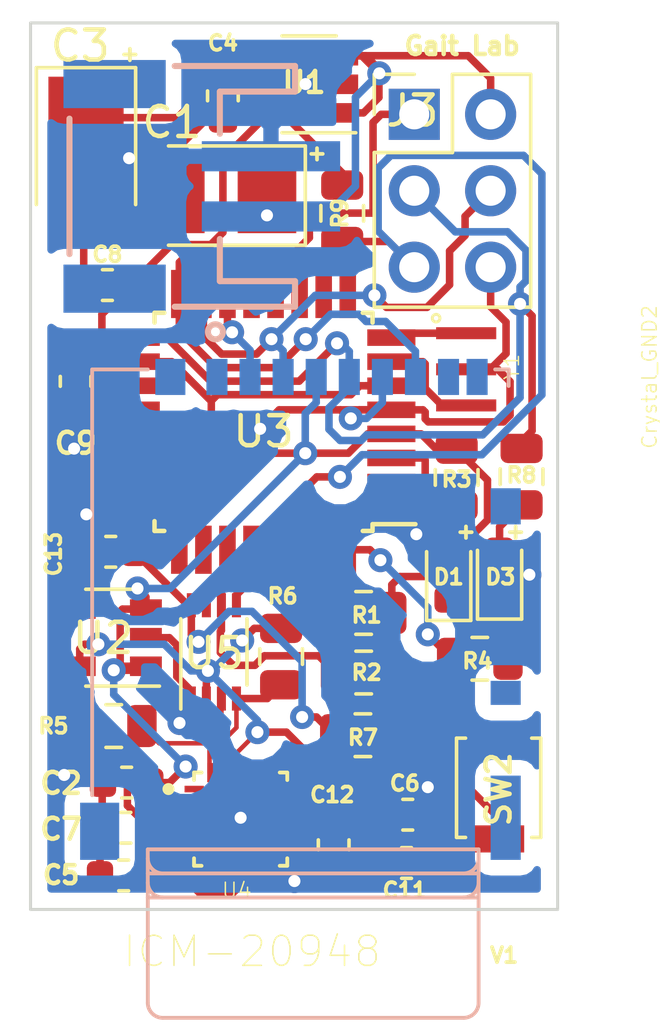
<source format=kicad_pcb>
(kicad_pcb (version 20171130) (host pcbnew 5.0.1)

  (general
    (thickness 1.6)
    (drawings 10)
    (tracks 415)
    (zones 0)
    (modules 33)
    (nets 22)
  )

  (page A4)
  (layers
    (0 F.Cu signal)
    (31 B.Cu signal)
    (32 B.Adhes user)
    (33 F.Adhes user)
    (34 B.Paste user)
    (35 F.Paste user)
    (36 B.SilkS user hide)
    (37 F.SilkS user)
    (38 B.Mask user hide)
    (39 F.Mask user hide)
    (40 Dwgs.User user hide)
    (41 Cmts.User user hide)
    (42 Eco1.User user hide)
    (43 Eco2.User user hide)
    (44 Edge.Cuts user)
    (45 Margin user hide)
    (46 B.CrtYd user hide)
    (47 F.CrtYd user hide)
    (48 B.Fab user hide)
    (49 F.Fab user hide)
  )

  (setup
    (last_trace_width 0.25)
    (trace_clearance 0.2)
    (zone_clearance 0.508)
    (zone_45_only no)
    (trace_min 0.2)
    (segment_width 0.2)
    (edge_width 0.1)
    (via_size 0.8)
    (via_drill 0.4)
    (via_min_size 0.4)
    (via_min_drill 0.3)
    (uvia_size 0.3)
    (uvia_drill 0.1)
    (uvias_allowed no)
    (uvia_min_size 0.2)
    (uvia_min_drill 0.1)
    (pcb_text_width 0.3)
    (pcb_text_size 1.5 1.5)
    (mod_edge_width 0.15)
    (mod_text_size 1 1)
    (mod_text_width 0.15)
    (pad_size 3.4 1.6)
    (pad_drill 0)
    (pad_to_mask_clearance 0)
    (solder_mask_min_width 0.25)
    (aux_axis_origin 0 0)
    (visible_elements FFFFFF7F)
    (pcbplotparams
      (layerselection 0x010fc_ffffffff)
      (usegerberextensions false)
      (usegerberattributes false)
      (usegerberadvancedattributes false)
      (creategerberjobfile false)
      (excludeedgelayer true)
      (linewidth 0.100000)
      (plotframeref false)
      (viasonmask false)
      (mode 1)
      (useauxorigin false)
      (hpglpennumber 1)
      (hpglpenspeed 20)
      (hpglpendiameter 15.000000)
      (psnegative false)
      (psa4output false)
      (plotreference true)
      (plotvalue true)
      (plotinvisibletext false)
      (padsonsilk false)
      (subtractmaskfromsilk false)
      (outputformat 1)
      (mirror false)
      (drillshape 0)
      (scaleselection 1)
      (outputdirectory "ouput"))
  )

  (net 0 "")
  (net 1 GND)
  (net 2 +3V3)
  (net 3 "Net-(C5-Pad2)")
  (net 4 "Net-(C9-Pad1)")
  (net 5 /Ardunio/RESET)
  (net 6 "Net-(D1-Pad2)")
  (net 7 VCC)
  (net 8 MOSI)
  (net 9 SCK)
  (net 10 MISO)
  (net 11 CS)
  (net 12 SCL_MPU)
  (net 13 SDA_MPU)
  (net 14 /Ardunio/D2)
  (net 15 "Net-(D3-Pad2)")
  (net 16 "Net-(U3-Pad8)")
  (net 17 "Net-(U3-Pad7)")
  (net 18 +1V8)
  (net 19 "Net-(C13-Pad1)")
  (net 20 "Net-(R5-Pad2)")
  (net 21 "Net-(R6-Pad2)")

  (net_class Default "This is the default net class."
    (clearance 0.2)
    (trace_width 0.25)
    (via_dia 0.8)
    (via_drill 0.4)
    (uvia_dia 0.3)
    (uvia_drill 0.1)
    (add_net +1V8)
    (add_net +3V3)
    (add_net /Ardunio/D2)
    (add_net /Ardunio/RESET)
    (add_net CS)
    (add_net GND)
    (add_net MISO)
    (add_net MOSI)
    (add_net "Net-(C13-Pad1)")
    (add_net "Net-(C5-Pad2)")
    (add_net "Net-(C9-Pad1)")
    (add_net "Net-(D1-Pad2)")
    (add_net "Net-(D3-Pad2)")
    (add_net "Net-(R5-Pad2)")
    (add_net "Net-(R6-Pad2)")
    (add_net "Net-(U3-Pad7)")
    (add_net "Net-(U3-Pad8)")
    (add_net SCK)
    (add_net SCL_MPU)
    (add_net SDA_MPU)
    (add_net VCC)
  )

  (module Resistor_SMD:R_0805_2012Metric (layer F.Cu) (tedit 5BE0CBC5) (tstamp 5BC8D2A5)
    (at 149.2527 95.25 180)
    (descr "Resistor SMD 0805 (2012 Metric), square (rectangular) end terminal, IPC_7351 nominal, (Body size source: https://docs.google.com/spreadsheets/d/1BsfQQcO9C6DZCsRaXUlFlo91Tg2WpOkGARC1WS5S8t0/edit?usp=sharing), generated with kicad-footprint-generator")
    (tags resistor)
    (path /5BC85387)
    (attr smd)
    (fp_text reference R2 (at -0.0993 0 180) (layer F.SilkS)
      (effects (font (size 0.5 0.5) (thickness 0.125)))
    )
    (fp_text value 10K (at 0 1.65 180) (layer F.Fab)
      (effects (font (size 1 1) (thickness 0.15)))
    )
    (fp_text user %R (at 0 0 180) (layer F.Fab)
      (effects (font (size 0.5 0.5) (thickness 0.08)))
    )
    (fp_line (start 1.68 0.95) (end -1.68 0.95) (layer F.CrtYd) (width 0.05))
    (fp_line (start 1.68 -0.95) (end 1.68 0.95) (layer F.CrtYd) (width 0.05))
    (fp_line (start -1.68 -0.95) (end 1.68 -0.95) (layer F.CrtYd) (width 0.05))
    (fp_line (start -1.68 0.95) (end -1.68 -0.95) (layer F.CrtYd) (width 0.05))
    (fp_line (start -0.258578 0.71) (end 0.258578 0.71) (layer F.SilkS) (width 0.12))
    (fp_line (start -0.258578 -0.71) (end 0.258578 -0.71) (layer F.SilkS) (width 0.12))
    (fp_line (start 1 0.6) (end -1 0.6) (layer F.Fab) (width 0.1))
    (fp_line (start 1 -0.6) (end 1 0.6) (layer F.Fab) (width 0.1))
    (fp_line (start -1 -0.6) (end 1 -0.6) (layer F.Fab) (width 0.1))
    (fp_line (start -1 0.6) (end -1 -0.6) (layer F.Fab) (width 0.1))
    (pad 2 smd roundrect (at 0.9375 0 180) (size 0.975 1.4) (layers F.Cu F.Paste F.Mask) (roundrect_rratio 0.25)
      (net 13 SDA_MPU))
    (pad 1 smd roundrect (at -0.9375 0 180) (size 0.975 1.4) (layers F.Cu F.Paste F.Mask) (roundrect_rratio 0.25)
      (net 2 +3V3))
    (model ${KISYS3DMOD}/Resistor_SMD.3dshapes/R_0805_2012Metric.wrl
      (at (xyz 0 0 0))
      (scale (xyz 1 1 1))
      (rotate (xyz 0 0 0))
    )
  )

  (module Resistor_SMD:R_0805_2012Metric (layer F.Cu) (tedit 5BE0CBD2) (tstamp 5BC8D294)
    (at 149.2504 93.2688 180)
    (descr "Resistor SMD 0805 (2012 Metric), square (rectangular) end terminal, IPC_7351 nominal, (Body size source: https://docs.google.com/spreadsheets/d/1BsfQQcO9C6DZCsRaXUlFlo91Tg2WpOkGARC1WS5S8t0/edit?usp=sharing), generated with kicad-footprint-generator")
    (tags resistor)
    (path /5BC852FB)
    (attr smd)
    (fp_text reference R1 (at -0.1016 -0.0762 180) (layer F.SilkS)
      (effects (font (size 0.5 0.5) (thickness 0.125)))
    )
    (fp_text value 10K (at 0 1.65 180) (layer F.Fab)
      (effects (font (size 1 1) (thickness 0.15)))
    )
    (fp_text user %R (at 0 0 180) (layer F.Fab)
      (effects (font (size 0.5 0.5) (thickness 0.08)))
    )
    (fp_line (start 1.68 0.95) (end -1.68 0.95) (layer F.CrtYd) (width 0.05))
    (fp_line (start 1.68 -0.95) (end 1.68 0.95) (layer F.CrtYd) (width 0.05))
    (fp_line (start -1.68 -0.95) (end 1.68 -0.95) (layer F.CrtYd) (width 0.05))
    (fp_line (start -1.68 0.95) (end -1.68 -0.95) (layer F.CrtYd) (width 0.05))
    (fp_line (start -0.258578 0.71) (end 0.258578 0.71) (layer F.SilkS) (width 0.12))
    (fp_line (start -0.258578 -0.71) (end 0.258578 -0.71) (layer F.SilkS) (width 0.12))
    (fp_line (start 1 0.6) (end -1 0.6) (layer F.Fab) (width 0.1))
    (fp_line (start 1 -0.6) (end 1 0.6) (layer F.Fab) (width 0.1))
    (fp_line (start -1 -0.6) (end 1 -0.6) (layer F.Fab) (width 0.1))
    (fp_line (start -1 0.6) (end -1 -0.6) (layer F.Fab) (width 0.1))
    (pad 2 smd roundrect (at 0.9375 0 180) (size 0.975 1.4) (layers F.Cu F.Paste F.Mask) (roundrect_rratio 0.25)
      (net 12 SCL_MPU))
    (pad 1 smd roundrect (at -0.9375 0 180) (size 0.975 1.4) (layers F.Cu F.Paste F.Mask) (roundrect_rratio 0.25)
      (net 2 +3V3))
    (model ${KISYS3DMOD}/Resistor_SMD.3dshapes/R_0805_2012Metric.wrl
      (at (xyz 0 0 0))
      (scale (xyz 1 1 1))
      (rotate (xyz 0 0 0))
    )
  )

  (module Package_TO_SOT_SMD:SOT-23-5 (layer F.Cu) (tedit 5A02FF57) (tstamp 5BCA2B7C)
    (at 140.9114 94.0918 180)
    (descr "5-pin SOT23 package")
    (tags SOT-23-5)
    (path /5BC82A48)
    (attr smd)
    (fp_text reference U2 (at 0.3224 -0.0152 180) (layer F.SilkS)
      (effects (font (size 1 1) (thickness 0.15)))
    )
    (fp_text value TLV70218_SOT23-5 (at 0 2.9 180) (layer F.Fab)
      (effects (font (size 1 1) (thickness 0.15)))
    )
    (fp_line (start 0.9 -1.55) (end 0.9 1.55) (layer F.Fab) (width 0.1))
    (fp_line (start 0.9 1.55) (end -0.9 1.55) (layer F.Fab) (width 0.1))
    (fp_line (start -0.9 -0.9) (end -0.9 1.55) (layer F.Fab) (width 0.1))
    (fp_line (start 0.9 -1.55) (end -0.25 -1.55) (layer F.Fab) (width 0.1))
    (fp_line (start -0.9 -0.9) (end -0.25 -1.55) (layer F.Fab) (width 0.1))
    (fp_line (start -1.9 1.8) (end -1.9 -1.8) (layer F.CrtYd) (width 0.05))
    (fp_line (start 1.9 1.8) (end -1.9 1.8) (layer F.CrtYd) (width 0.05))
    (fp_line (start 1.9 -1.8) (end 1.9 1.8) (layer F.CrtYd) (width 0.05))
    (fp_line (start -1.9 -1.8) (end 1.9 -1.8) (layer F.CrtYd) (width 0.05))
    (fp_line (start 0.9 -1.61) (end -1.55 -1.61) (layer F.SilkS) (width 0.12))
    (fp_line (start -0.9 1.61) (end 0.9 1.61) (layer F.SilkS) (width 0.12))
    (fp_text user %R (at 0 0 270) (layer F.Fab)
      (effects (font (size 0.5 0.5) (thickness 0.075)))
    )
    (pad 5 smd rect (at 1.1 -0.95 180) (size 1.06 0.65) (layers F.Cu F.Paste F.Mask)
      (net 18 +1V8))
    (pad 4 smd rect (at 1.1 0.95 180) (size 1.06 0.65) (layers F.Cu F.Paste F.Mask))
    (pad 3 smd rect (at -1.1 0.95 180) (size 1.06 0.65) (layers F.Cu F.Paste F.Mask)
      (net 2 +3V3))
    (pad 2 smd rect (at -1.1 0 180) (size 1.06 0.65) (layers F.Cu F.Paste F.Mask)
      (net 1 GND))
    (pad 1 smd rect (at -1.1 -0.95 180) (size 1.06 0.65) (layers F.Cu F.Paste F.Mask)
      (net 2 +3V3))
    (model ${KISYS3DMOD}/Package_TO_SOT_SMD.3dshapes/SOT-23-5.wrl
      (at (xyz 0 0 0))
      (scale (xyz 1 1 1))
      (rotate (xyz 0 0 0))
    )
  )

  (module components:ICM-20948 (layer F.Cu) (tedit 5BE0CB93) (tstamp 5BC87747)
    (at 145.16176 100.1224)
    (path /5BC822BC)
    (attr smd)
    (fp_text reference U4 (at -0.12776 2.3666) (layer F.SilkS)
      (effects (font (size 0.5 0.5) (thickness 0.05)))
    )
    (fp_text value ICM-20948 (at 0.38024 4.3986) (layer F.SilkS)
      (effects (font (size 1.00069 1.00069) (thickness 0.05)))
    )
    (fp_poly (pts (xy 0.080017 0.08) (xy 0.69 0.08) (xy 0.69 0.61013) (xy 0.080017 0.61013)) (layer F.Paste) (width 0))
    (fp_poly (pts (xy -0.691273 0.08) (xy -0.08 0.08) (xy -0.08 0.611125) (xy -0.691273 0.611125)) (layer F.Paste) (width 0))
    (fp_poly (pts (xy 0.080155 -0.61) (xy 0.69 -0.61) (xy 0.69 -0.080155) (xy 0.080155 -0.080155)) (layer F.Paste) (width 0))
    (fp_poly (pts (xy -0.690076 -0.61) (xy -0.08 -0.61) (xy -0.08 -0.080009) (xy -0.690076 -0.080009)) (layer F.Paste) (width 0))
    (fp_circle (center -1.2 -1.1) (end -1.1 -1.1) (layer Dwgs.User) (width 0.2))
    (fp_circle (center -2.4 -1) (end -2.3 -1) (layer F.SilkS) (width 0.2))
    (fp_line (start -2.12 2.12) (end -2.12 -2.12) (layer Eco1.User) (width 0.05))
    (fp_line (start 2.12 2.12) (end -2.12 2.12) (layer Eco1.User) (width 0.05))
    (fp_line (start 2.12 -2.12) (end 2.12 2.12) (layer Eco1.User) (width 0.05))
    (fp_line (start -2.12 -2.12) (end 2.12 -2.12) (layer Eco1.User) (width 0.05))
    (fp_line (start -1.55 1.55) (end -1.3 1.55) (layer F.SilkS) (width 0.127))
    (fp_line (start -1.55 1.3) (end -1.55 1.55) (layer F.SilkS) (width 0.127))
    (fp_line (start 1.55 1.55) (end 1.3 1.55) (layer F.SilkS) (width 0.127))
    (fp_line (start 1.55 1.3) (end 1.55 1.55) (layer F.SilkS) (width 0.127))
    (fp_line (start 1.55 -1.55) (end 1.55 -1.3) (layer F.SilkS) (width 0.127))
    (fp_line (start 1.3 -1.55) (end 1.55 -1.55) (layer F.SilkS) (width 0.127))
    (fp_line (start -1.55 -1.55) (end -1.55 -1.3) (layer F.SilkS) (width 0.127))
    (fp_line (start -1.3 -1.55) (end -1.55 -1.55) (layer F.SilkS) (width 0.127))
    (fp_line (start -1.55 1.55) (end -1.55 -1.55) (layer Dwgs.User) (width 0.127))
    (fp_line (start 1.55 1.55) (end -1.55 1.55) (layer Dwgs.User) (width 0.127))
    (fp_line (start 1.55 -1.55) (end 1.55 1.55) (layer Dwgs.User) (width 0.127))
    (fp_line (start -1.55 -1.55) (end 1.55 -1.55) (layer Dwgs.User) (width 0.127))
    (pad 25 smd rect (at 0 0 90) (size 1.54 1.7) (layers F.Cu F.Paste F.Mask)
      (net 1 GND))
    (pad 24 smd rect (at -1 -1.545 270) (size 0.64 0.22) (layers F.Cu F.Paste F.Mask)
      (net 20 "Net-(R5-Pad2)"))
    (pad 23 smd rect (at -0.6 -1.545 270) (size 0.64 0.22) (layers F.Cu F.Paste F.Mask)
      (net 21 "Net-(R6-Pad2)"))
    (pad 22 smd rect (at -0.2 -1.545 270) (size 0.64 0.22) (layers F.Cu F.Paste F.Mask)
      (net 18 +1V8))
    (pad 21 smd rect (at 0.2 -1.545 270) (size 0.64 0.22) (layers F.Cu F.Paste F.Mask))
    (pad 20 smd rect (at 0.6 -1.545 270) (size 0.64 0.22) (layers F.Cu F.Paste F.Mask)
      (net 1 GND))
    (pad 19 smd rect (at 1 -1.545 270) (size 0.64 0.22) (layers F.Cu F.Paste F.Mask))
    (pad 18 smd rect (at 1.545 -1 180) (size 0.64 0.22) (layers F.Cu F.Paste F.Mask)
      (net 1 GND))
    (pad 17 smd rect (at 1.545 -0.6 180) (size 0.64 0.22) (layers F.Cu F.Paste F.Mask))
    (pad 16 smd rect (at 1.545 -0.2 180) (size 0.64 0.22) (layers F.Cu F.Paste F.Mask))
    (pad 15 smd rect (at 1.545 0.2 180) (size 0.64 0.22) (layers F.Cu F.Paste F.Mask))
    (pad 14 smd rect (at 1.545 0.6 180) (size 0.64 0.22) (layers F.Cu F.Paste F.Mask))
    (pad 13 smd rect (at 1.545 1 180) (size 0.64 0.22) (layers F.Cu F.Paste F.Mask)
      (net 18 +1V8))
    (pad 12 smd rect (at 1 1.545 90) (size 0.64 0.22) (layers F.Cu F.Paste F.Mask))
    (pad 11 smd rect (at 0.6 1.545 90) (size 0.64 0.22) (layers F.Cu F.Paste F.Mask)
      (net 1 GND))
    (pad 10 smd rect (at 0.2 1.545 90) (size 0.64 0.22) (layers F.Cu F.Paste F.Mask)
      (net 3 "Net-(C5-Pad2)"))
    (pad 9 smd rect (at -0.2 1.545 90) (size 0.64 0.22) (layers F.Cu F.Paste F.Mask)
      (net 1 GND))
    (pad 8 smd rect (at -0.6 1.545 90) (size 0.64 0.22) (layers F.Cu F.Paste F.Mask)
      (net 18 +1V8))
    (pad 7 smd rect (at -1 1.545 90) (size 0.64 0.22) (layers F.Cu F.Paste F.Mask))
    (pad 6 smd rect (at -1.545 1) (size 0.64 0.22) (layers F.Cu F.Paste F.Mask))
    (pad 5 smd rect (at -1.545 0.6) (size 0.64 0.22) (layers F.Cu F.Paste F.Mask))
    (pad 4 smd rect (at -1.545 0.2) (size 0.64 0.22) (layers F.Cu F.Paste F.Mask))
    (pad 3 smd rect (at -1.545 -0.2) (size 0.64 0.22) (layers F.Cu F.Paste F.Mask))
    (pad 2 smd rect (at -1.545 -0.6) (size 0.64 0.22) (layers F.Cu F.Paste F.Mask))
    (pad 1 smd rect (at -1.545 -1) (size 0.64 0.22) (layers F.Cu F.Paste F.Mask))
  )

  (module Resistor_SMD:R_0805_2012Metric (layer F.Cu) (tedit 5BE0CB4B) (tstamp 5BC87616)
    (at 146.5072 94.7189 270)
    (descr "Resistor SMD 0805 (2012 Metric), square (rectangular) end terminal, IPC_7351 nominal, (Body size source: https://docs.google.com/spreadsheets/d/1BsfQQcO9C6DZCsRaXUlFlo91Tg2WpOkGARC1WS5S8t0/edit?usp=sharing), generated with kicad-footprint-generator")
    (tags resistor)
    (path /5BC854C1)
    (attr smd)
    (fp_text reference R6 (at -2.0089 -0.0508) (layer F.SilkS)
      (effects (font (size 0.5 0.5) (thickness 0.125)))
    )
    (fp_text value 10K (at 0 1.65 270) (layer F.Fab)
      (effects (font (size 1 1) (thickness 0.15)))
    )
    (fp_text user %R (at 0 0 270) (layer F.Fab)
      (effects (font (size 0.5 0.5) (thickness 0.08)))
    )
    (fp_line (start 1.68 0.95) (end -1.68 0.95) (layer F.CrtYd) (width 0.05))
    (fp_line (start 1.68 -0.95) (end 1.68 0.95) (layer F.CrtYd) (width 0.05))
    (fp_line (start -1.68 -0.95) (end 1.68 -0.95) (layer F.CrtYd) (width 0.05))
    (fp_line (start -1.68 0.95) (end -1.68 -0.95) (layer F.CrtYd) (width 0.05))
    (fp_line (start -0.258578 0.71) (end 0.258578 0.71) (layer F.SilkS) (width 0.12))
    (fp_line (start -0.258578 -0.71) (end 0.258578 -0.71) (layer F.SilkS) (width 0.12))
    (fp_line (start 1 0.6) (end -1 0.6) (layer F.Fab) (width 0.1))
    (fp_line (start 1 -0.6) (end 1 0.6) (layer F.Fab) (width 0.1))
    (fp_line (start -1 -0.6) (end 1 -0.6) (layer F.Fab) (width 0.1))
    (fp_line (start -1 0.6) (end -1 -0.6) (layer F.Fab) (width 0.1))
    (pad 2 smd roundrect (at 0.9375 0 270) (size 0.975 1.4) (layers F.Cu F.Paste F.Mask) (roundrect_rratio 0.25)
      (net 21 "Net-(R6-Pad2)"))
    (pad 1 smd roundrect (at -0.9375 0 270) (size 0.975 1.4) (layers F.Cu F.Paste F.Mask) (roundrect_rratio 0.25)
      (net 18 +1V8))
    (model ${KISYS3DMOD}/Resistor_SMD.3dshapes/R_0805_2012Metric.wrl
      (at (xyz 0 0 0))
      (scale (xyz 1 1 1))
      (rotate (xyz 0 0 0))
    )
  )

  (module Resistor_SMD:R_0805_2012Metric (layer F.Cu) (tedit 5BE0CAEB) (tstamp 5BC83A4B)
    (at 140.9423 97.028)
    (descr "Resistor SMD 0805 (2012 Metric), square (rectangular) end terminal, IPC_7351 nominal, (Body size source: https://docs.google.com/spreadsheets/d/1BsfQQcO9C6DZCsRaXUlFlo91Tg2WpOkGARC1WS5S8t0/edit?usp=sharing), generated with kicad-footprint-generator")
    (tags resistor)
    (path /5BC85424)
    (attr smd)
    (fp_text reference R5 (at -2.0043 0) (layer F.SilkS)
      (effects (font (size 0.5 0.5) (thickness 0.125)))
    )
    (fp_text value 10K (at 0 1.65) (layer F.Fab)
      (effects (font (size 1 1) (thickness 0.15)))
    )
    (fp_text user %R (at 0 0) (layer F.Fab)
      (effects (font (size 0.5 0.5) (thickness 0.08)))
    )
    (fp_line (start 1.68 0.95) (end -1.68 0.95) (layer F.CrtYd) (width 0.05))
    (fp_line (start 1.68 -0.95) (end 1.68 0.95) (layer F.CrtYd) (width 0.05))
    (fp_line (start -1.68 -0.95) (end 1.68 -0.95) (layer F.CrtYd) (width 0.05))
    (fp_line (start -1.68 0.95) (end -1.68 -0.95) (layer F.CrtYd) (width 0.05))
    (fp_line (start -0.258578 0.71) (end 0.258578 0.71) (layer F.SilkS) (width 0.12))
    (fp_line (start -0.258578 -0.71) (end 0.258578 -0.71) (layer F.SilkS) (width 0.12))
    (fp_line (start 1 0.6) (end -1 0.6) (layer F.Fab) (width 0.1))
    (fp_line (start 1 -0.6) (end 1 0.6) (layer F.Fab) (width 0.1))
    (fp_line (start -1 -0.6) (end 1 -0.6) (layer F.Fab) (width 0.1))
    (fp_line (start -1 0.6) (end -1 -0.6) (layer F.Fab) (width 0.1))
    (pad 2 smd roundrect (at 0.9375 0) (size 0.975 1.4) (layers F.Cu F.Paste F.Mask) (roundrect_rratio 0.25)
      (net 20 "Net-(R5-Pad2)"))
    (pad 1 smd roundrect (at -0.9375 0) (size 0.975 1.4) (layers F.Cu F.Paste F.Mask) (roundrect_rratio 0.25)
      (net 18 +1V8))
    (model ${KISYS3DMOD}/Resistor_SMD.3dshapes/R_0805_2012Metric.wrl
      (at (xyz 0 0 0))
      (scale (xyz 1 1 1))
      (rotate (xyz 0 0 0))
    )
  )

  (module Resistor_SMD:R_0805_2012Metric (layer F.Cu) (tedit 5BE0CB40) (tstamp 5BB17E5A)
    (at 153.1135 94.7928 180)
    (descr "Resistor SMD 0805 (2012 Metric), square (rectangular) end terminal, IPC_7351 nominal, (Body size source: https://docs.google.com/spreadsheets/d/1BsfQQcO9C6DZCsRaXUlFlo91Tg2WpOkGARC1WS5S8t0/edit?usp=sharing), generated with kicad-footprint-generator")
    (tags resistor)
    (path /5BB13EB6)
    (attr smd)
    (fp_text reference R4 (at 0.0785 -0.0762 180) (layer F.SilkS)
      (effects (font (size 0.5 0.5) (thickness 0.125)))
    )
    (fp_text value 10k (at 0 1.65 180) (layer F.Fab)
      (effects (font (size 1 1) (thickness 0.15)))
    )
    (fp_text user %R (at 0 0 180) (layer F.Fab)
      (effects (font (size 0.5 0.5) (thickness 0.08)))
    )
    (fp_line (start 1.68 0.95) (end -1.68 0.95) (layer F.CrtYd) (width 0.05))
    (fp_line (start 1.68 -0.95) (end 1.68 0.95) (layer F.CrtYd) (width 0.05))
    (fp_line (start -1.68 -0.95) (end 1.68 -0.95) (layer F.CrtYd) (width 0.05))
    (fp_line (start -1.68 0.95) (end -1.68 -0.95) (layer F.CrtYd) (width 0.05))
    (fp_line (start -0.258578 0.71) (end 0.258578 0.71) (layer F.SilkS) (width 0.12))
    (fp_line (start -0.258578 -0.71) (end 0.258578 -0.71) (layer F.SilkS) (width 0.12))
    (fp_line (start 1 0.6) (end -1 0.6) (layer F.Fab) (width 0.1))
    (fp_line (start 1 -0.6) (end 1 0.6) (layer F.Fab) (width 0.1))
    (fp_line (start -1 -0.6) (end 1 -0.6) (layer F.Fab) (width 0.1))
    (fp_line (start -1 0.6) (end -1 -0.6) (layer F.Fab) (width 0.1))
    (pad 2 smd roundrect (at 0.9375 0 180) (size 0.975 1.4) (layers F.Cu F.Paste F.Mask) (roundrect_rratio 0.25)
      (net 14 /Ardunio/D2))
    (pad 1 smd roundrect (at -0.9375 0 180) (size 0.975 1.4) (layers F.Cu F.Paste F.Mask) (roundrect_rratio 0.25)
      (net 1 GND))
    (model ${KISYS3DMOD}/Resistor_SMD.3dshapes/R_0805_2012Metric.wrl
      (at (xyz 0 0 0))
      (scale (xyz 1 1 1))
      (rotate (xyz 0 0 0))
    )
  )

  (module Capacitor_SMD:C_0603_1608Metric (layer F.Cu) (tedit 5BE0CB9C) (tstamp 5BC87464)
    (at 148.25472 100.97526 270)
    (descr "Capacitor SMD 0603 (1608 Metric), square (rectangular) end terminal, IPC_7351 nominal, (Body size source: http://www.tortai-tech.com/upload/download/2011102023233369053.pdf), generated with kicad-footprint-generator")
    (tags capacitor)
    (path /5BC90DC7)
    (attr smd)
    (fp_text reference C12 (at -1.66126 0.04572) (layer F.SilkS)
      (effects (font (size 0.5 0.5) (thickness 0.125)))
    )
    (fp_text value .1uF (at 0 1.43 270) (layer F.Fab)
      (effects (font (size 1 1) (thickness 0.15)))
    )
    (fp_text user %R (at 0 0 270) (layer F.Fab)
      (effects (font (size 0.4 0.4) (thickness 0.06)))
    )
    (fp_line (start 1.48 0.73) (end -1.48 0.73) (layer F.CrtYd) (width 0.05))
    (fp_line (start 1.48 -0.73) (end 1.48 0.73) (layer F.CrtYd) (width 0.05))
    (fp_line (start -1.48 -0.73) (end 1.48 -0.73) (layer F.CrtYd) (width 0.05))
    (fp_line (start -1.48 0.73) (end -1.48 -0.73) (layer F.CrtYd) (width 0.05))
    (fp_line (start -0.162779 0.51) (end 0.162779 0.51) (layer F.SilkS) (width 0.12))
    (fp_line (start -0.162779 -0.51) (end 0.162779 -0.51) (layer F.SilkS) (width 0.12))
    (fp_line (start 0.8 0.4) (end -0.8 0.4) (layer F.Fab) (width 0.1))
    (fp_line (start 0.8 -0.4) (end 0.8 0.4) (layer F.Fab) (width 0.1))
    (fp_line (start -0.8 -0.4) (end 0.8 -0.4) (layer F.Fab) (width 0.1))
    (fp_line (start -0.8 0.4) (end -0.8 -0.4) (layer F.Fab) (width 0.1))
    (pad 2 smd roundrect (at 0.7875 0 270) (size 0.875 0.95) (layers F.Cu F.Paste F.Mask) (roundrect_rratio 0.25)
      (net 18 +1V8))
    (pad 1 smd roundrect (at -0.7875 0 270) (size 0.875 0.95) (layers F.Cu F.Paste F.Mask) (roundrect_rratio 0.25)
      (net 1 GND))
    (model ${KISYS3DMOD}/Capacitor_SMD.3dshapes/C_0603_1608Metric.wrl
      (at (xyz 0 0 0))
      (scale (xyz 1 1 1))
      (rotate (xyz 0 0 0))
    )
  )

  (module Capacitor_SMD:C_0603_1608Metric (layer F.Cu) (tedit 5BE0CBAE) (tstamp 5BC87453)
    (at 150.67778 101.57968)
    (descr "Capacitor SMD 0603 (1608 Metric), square (rectangular) end terminal, IPC_7351 nominal, (Body size source: http://www.tortai-tech.com/upload/download/2011102023233369053.pdf), generated with kicad-footprint-generator")
    (tags capacitor)
    (path /5BC90D36)
    (attr smd)
    (fp_text reference C11 (at -0.05578 0.90932) (layer F.SilkS)
      (effects (font (size 0.5 0.5) (thickness 0.125)))
    )
    (fp_text value .1uF (at 0 1.43) (layer F.Fab)
      (effects (font (size 1 1) (thickness 0.15)))
    )
    (fp_text user %R (at 0 0) (layer F.Fab)
      (effects (font (size 0.4 0.4) (thickness 0.06)))
    )
    (fp_line (start 1.48 0.73) (end -1.48 0.73) (layer F.CrtYd) (width 0.05))
    (fp_line (start 1.48 -0.73) (end 1.48 0.73) (layer F.CrtYd) (width 0.05))
    (fp_line (start -1.48 -0.73) (end 1.48 -0.73) (layer F.CrtYd) (width 0.05))
    (fp_line (start -1.48 0.73) (end -1.48 -0.73) (layer F.CrtYd) (width 0.05))
    (fp_line (start -0.162779 0.51) (end 0.162779 0.51) (layer F.SilkS) (width 0.12))
    (fp_line (start -0.162779 -0.51) (end 0.162779 -0.51) (layer F.SilkS) (width 0.12))
    (fp_line (start 0.8 0.4) (end -0.8 0.4) (layer F.Fab) (width 0.1))
    (fp_line (start 0.8 -0.4) (end 0.8 0.4) (layer F.Fab) (width 0.1))
    (fp_line (start -0.8 -0.4) (end 0.8 -0.4) (layer F.Fab) (width 0.1))
    (fp_line (start -0.8 0.4) (end -0.8 -0.4) (layer F.Fab) (width 0.1))
    (pad 2 smd roundrect (at 0.7875 0) (size 0.875 0.95) (layers F.Cu F.Paste F.Mask) (roundrect_rratio 0.25)
      (net 18 +1V8))
    (pad 1 smd roundrect (at -0.7875 0) (size 0.875 0.95) (layers F.Cu F.Paste F.Mask) (roundrect_rratio 0.25)
      (net 1 GND))
    (model ${KISYS3DMOD}/Capacitor_SMD.3dshapes/C_0603_1608Metric.wrl
      (at (xyz 0 0 0))
      (scale (xyz 1 1 1))
      (rotate (xyz 0 0 0))
    )
  )

  (module Capacitor_SMD:C_0603_1608Metric (layer F.Cu) (tedit 5BE0CD33) (tstamp 5BC873F1)
    (at 141.34582 100.40874 180)
    (descr "Capacitor SMD 0603 (1608 Metric), square (rectangular) end terminal, IPC_7351 nominal, (Body size source: http://www.tortai-tech.com/upload/download/2011102023233369053.pdf), generated with kicad-footprint-generator")
    (tags capacitor)
    (path /5BC83818)
    (attr smd)
    (fp_text reference C7 (at 2.15382 -0.04826 180) (layer F.SilkS)
      (effects (font (size 0.7 0.7) (thickness 0.15)))
    )
    (fp_text value 1uF (at 0 1.43 180) (layer F.Fab)
      (effects (font (size 1 1) (thickness 0.15)))
    )
    (fp_text user %R (at 0 0 180) (layer F.Fab)
      (effects (font (size 0.4 0.4) (thickness 0.06)))
    )
    (fp_line (start 1.48 0.73) (end -1.48 0.73) (layer F.CrtYd) (width 0.05))
    (fp_line (start 1.48 -0.73) (end 1.48 0.73) (layer F.CrtYd) (width 0.05))
    (fp_line (start -1.48 -0.73) (end 1.48 -0.73) (layer F.CrtYd) (width 0.05))
    (fp_line (start -1.48 0.73) (end -1.48 -0.73) (layer F.CrtYd) (width 0.05))
    (fp_line (start -0.162779 0.51) (end 0.162779 0.51) (layer F.SilkS) (width 0.12))
    (fp_line (start -0.162779 -0.51) (end 0.162779 -0.51) (layer F.SilkS) (width 0.12))
    (fp_line (start 0.8 0.4) (end -0.8 0.4) (layer F.Fab) (width 0.1))
    (fp_line (start 0.8 -0.4) (end 0.8 0.4) (layer F.Fab) (width 0.1))
    (fp_line (start -0.8 -0.4) (end 0.8 -0.4) (layer F.Fab) (width 0.1))
    (fp_line (start -0.8 0.4) (end -0.8 -0.4) (layer F.Fab) (width 0.1))
    (pad 2 smd roundrect (at 0.7875 0 180) (size 0.875 0.95) (layers F.Cu F.Paste F.Mask) (roundrect_rratio 0.25)
      (net 1 GND))
    (pad 1 smd roundrect (at -0.7875 0 180) (size 0.875 0.95) (layers F.Cu F.Paste F.Mask) (roundrect_rratio 0.25)
      (net 18 +1V8))
    (model ${KISYS3DMOD}/Capacitor_SMD.3dshapes/C_0603_1608Metric.wrl
      (at (xyz 0 0 0))
      (scale (xyz 1 1 1))
      (rotate (xyz 0 0 0))
    )
  )

  (module Capacitor_SMD:C_0603_1608Metric (layer F.Cu) (tedit 5BE0CBB5) (tstamp 5BC873E0)
    (at 150.71842 99.9744)
    (descr "Capacitor SMD 0603 (1608 Metric), square (rectangular) end terminal, IPC_7351 nominal, (Body size source: http://www.tortai-tech.com/upload/download/2011102023233369053.pdf), generated with kicad-footprint-generator")
    (tags capacitor)
    (path /5BC82B24)
    (attr smd)
    (fp_text reference C6 (at -0.09642 -1.0414) (layer F.SilkS)
      (effects (font (size 0.5 0.5) (thickness 0.125)))
    )
    (fp_text value .1uF (at 0 1.43) (layer F.Fab)
      (effects (font (size 1 1) (thickness 0.15)))
    )
    (fp_text user %R (at 0 0) (layer F.Fab)
      (effects (font (size 0.4 0.4) (thickness 0.06)))
    )
    (fp_line (start 1.48 0.73) (end -1.48 0.73) (layer F.CrtYd) (width 0.05))
    (fp_line (start 1.48 -0.73) (end 1.48 0.73) (layer F.CrtYd) (width 0.05))
    (fp_line (start -1.48 -0.73) (end 1.48 -0.73) (layer F.CrtYd) (width 0.05))
    (fp_line (start -1.48 0.73) (end -1.48 -0.73) (layer F.CrtYd) (width 0.05))
    (fp_line (start -0.162779 0.51) (end 0.162779 0.51) (layer F.SilkS) (width 0.12))
    (fp_line (start -0.162779 -0.51) (end 0.162779 -0.51) (layer F.SilkS) (width 0.12))
    (fp_line (start 0.8 0.4) (end -0.8 0.4) (layer F.Fab) (width 0.1))
    (fp_line (start 0.8 -0.4) (end 0.8 0.4) (layer F.Fab) (width 0.1))
    (fp_line (start -0.8 -0.4) (end 0.8 -0.4) (layer F.Fab) (width 0.1))
    (fp_line (start -0.8 0.4) (end -0.8 -0.4) (layer F.Fab) (width 0.1))
    (pad 2 smd roundrect (at 0.7875 0) (size 0.875 0.95) (layers F.Cu F.Paste F.Mask) (roundrect_rratio 0.25)
      (net 1 GND))
    (pad 1 smd roundrect (at -0.7875 0) (size 0.875 0.95) (layers F.Cu F.Paste F.Mask) (roundrect_rratio 0.25)
      (net 2 +3V3))
    (model ${KISYS3DMOD}/Capacitor_SMD.3dshapes/C_0603_1608Metric.wrl
      (at (xyz 0 0 0))
      (scale (xyz 1 1 1))
      (rotate (xyz 0 0 0))
    )
  )

  (module Capacitor_SMD:C_0603_1608Metric (layer F.Cu) (tedit 5BE0CD40) (tstamp 5BE0D8EC)
    (at 141.37122 98.9076 180)
    (descr "Capacitor SMD 0603 (1608 Metric), square (rectangular) end terminal, IPC_7351 nominal, (Body size source: http://www.tortai-tech.com/upload/download/2011102023233369053.pdf), generated with kicad-footprint-generator")
    (tags capacitor)
    (path /5BC82BA1)
    (attr smd)
    (fp_text reference C2 (at 2.17922 -0.0254 180) (layer F.SilkS)
      (effects (font (size 0.7 0.7) (thickness 0.15)))
    )
    (fp_text value 1uF (at 0 1.43 180) (layer F.Fab)
      (effects (font (size 1 1) (thickness 0.15)))
    )
    (fp_text user %R (at 0 0 180) (layer F.Fab)
      (effects (font (size 0.4 0.4) (thickness 0.06)))
    )
    (fp_line (start 1.48 0.73) (end -1.48 0.73) (layer F.CrtYd) (width 0.05))
    (fp_line (start 1.48 -0.73) (end 1.48 0.73) (layer F.CrtYd) (width 0.05))
    (fp_line (start -1.48 -0.73) (end 1.48 -0.73) (layer F.CrtYd) (width 0.05))
    (fp_line (start -1.48 0.73) (end -1.48 -0.73) (layer F.CrtYd) (width 0.05))
    (fp_line (start -0.162779 0.51) (end 0.162779 0.51) (layer F.SilkS) (width 0.12))
    (fp_line (start -0.162779 -0.51) (end 0.162779 -0.51) (layer F.SilkS) (width 0.12))
    (fp_line (start 0.8 0.4) (end -0.8 0.4) (layer F.Fab) (width 0.1))
    (fp_line (start 0.8 -0.4) (end 0.8 0.4) (layer F.Fab) (width 0.1))
    (fp_line (start -0.8 -0.4) (end 0.8 -0.4) (layer F.Fab) (width 0.1))
    (fp_line (start -0.8 0.4) (end -0.8 -0.4) (layer F.Fab) (width 0.1))
    (pad 2 smd roundrect (at 0.7875 0 180) (size 0.875 0.95) (layers F.Cu F.Paste F.Mask) (roundrect_rratio 0.25)
      (net 1 GND))
    (pad 1 smd roundrect (at -0.7875 0 180) (size 0.875 0.95) (layers F.Cu F.Paste F.Mask) (roundrect_rratio 0.25)
      (net 2 +3V3))
    (model ${KISYS3DMOD}/Capacitor_SMD.3dshapes/C_0603_1608Metric.wrl
      (at (xyz 0 0 0))
      (scale (xyz 1 1 1))
      (rotate (xyz 0 0 0))
    )
  )

  (module LED_SMD:LED_0603_1608Metric (layer F.Cu) (tedit 5B301BBE) (tstamp 5BB1B315)
    (at 153.7716 91.98874 90)
    (descr "LED SMD 0603 (1608 Metric), square (rectangular) end terminal, IPC_7351 nominal, (Body size source: http://www.tortai-tech.com/upload/download/2011102023233369053.pdf), generated with kicad-footprint-generator")
    (tags diode)
    (path /5B10C25E/5B12106B)
    (attr smd)
    (fp_text reference D3 (at -0.08626 0.0254 180) (layer F.SilkS)
      (effects (font (size 0.5 0.5) (thickness 0.125)))
    )
    (fp_text value LD271 (at 0 1.43 90) (layer F.Fab)
      (effects (font (size 1 1) (thickness 0.15)))
    )
    (fp_text user %R (at 0 0 90) (layer F.Fab)
      (effects (font (size 0.4 0.4) (thickness 0.06)))
    )
    (fp_line (start 1.48 0.73) (end -1.48 0.73) (layer F.CrtYd) (width 0.05))
    (fp_line (start 1.48 -0.73) (end 1.48 0.73) (layer F.CrtYd) (width 0.05))
    (fp_line (start -1.48 -0.73) (end 1.48 -0.73) (layer F.CrtYd) (width 0.05))
    (fp_line (start -1.48 0.73) (end -1.48 -0.73) (layer F.CrtYd) (width 0.05))
    (fp_line (start -1.485 0.735) (end 0.8 0.735) (layer F.SilkS) (width 0.12))
    (fp_line (start -1.485 -0.735) (end -1.485 0.735) (layer F.SilkS) (width 0.12))
    (fp_line (start 0.8 -0.735) (end -1.485 -0.735) (layer F.SilkS) (width 0.12))
    (fp_line (start 0.8 0.4) (end 0.8 -0.4) (layer F.Fab) (width 0.1))
    (fp_line (start -0.8 0.4) (end 0.8 0.4) (layer F.Fab) (width 0.1))
    (fp_line (start -0.8 -0.1) (end -0.8 0.4) (layer F.Fab) (width 0.1))
    (fp_line (start -0.5 -0.4) (end -0.8 -0.1) (layer F.Fab) (width 0.1))
    (fp_line (start 0.8 -0.4) (end -0.5 -0.4) (layer F.Fab) (width 0.1))
    (pad 2 smd roundrect (at 0.7875 0 90) (size 0.875 0.95) (layers F.Cu F.Paste F.Mask) (roundrect_rratio 0.25)
      (net 15 "Net-(D3-Pad2)"))
    (pad 1 smd roundrect (at -0.7875 0 90) (size 0.875 0.95) (layers F.Cu F.Paste F.Mask) (roundrect_rratio 0.25)
      (net 1 GND))
    (model ${KISYS3DMOD}/LED_SMD.3dshapes/LED_0603_1608Metric.wrl
      (at (xyz 0 0 0))
      (scale (xyz 1 1 1))
      (rotate (xyz 0 0 0))
    )
  )

  (module components:OSC_CSTCE8M00G55-R0 (layer F.Cu) (tedit 0) (tstamp 5BB17F36)
    (at 152.66162 85.1724 270)
    (path /5B10C25E/5B1211F2)
    (attr smd)
    (fp_text reference Y1 (at -0.0824 -1.51638 270) (layer F.SilkS)
      (effects (font (size 0.480833 0.480833) (thickness 0.05)))
    )
    (fp_text value Crystal_GND2 (at 0.254 -6.096 270) (layer F.SilkS)
      (effects (font (size 0.481085 0.481085) (thickness 0.05)))
    )
    (fp_line (start -1.6 -0.65) (end 1.6 -0.65) (layer Dwgs.User) (width 0.127))
    (fp_line (start 1.6 0.65) (end -1.6 0.65) (layer Dwgs.User) (width 0.127))
    (fp_line (start -1.95 -1.35) (end 1.95 -1.35) (layer Dwgs.User) (width 0.127))
    (fp_line (start 1.95 -1.35) (end 1.95 1.35) (layer Dwgs.User) (width 0.127))
    (fp_line (start 1.95 1.35) (end -1.95 1.35) (layer Dwgs.User) (width 0.127))
    (fp_line (start -1.95 1.35) (end -1.95 -1.35) (layer Dwgs.User) (width 0.127))
    (fp_circle (center -1.7 1) (end -1.573 1) (layer F.SilkS) (width 0.1))
    (pad 1 smd rect (at -1.2 0 270) (size 0.4 2) (layers F.Cu F.Paste F.Mask)
      (net 16 "Net-(U3-Pad8)"))
    (pad 2 smd rect (at 0 0 270) (size 0.4 2) (layers F.Cu F.Paste F.Mask)
      (net 1 GND))
    (pad 3 smd rect (at 1.2 0 270) (size 0.4 2) (layers F.Cu F.Paste F.Mask)
      (net 17 "Net-(U3-Pad7)"))
  )

  (module Package_QFP:TQFP-32_7x7mm_P0.8mm (layer F.Cu) (tedit 5A02F146) (tstamp 5BB228D9)
    (at 145.923 86.9188 180)
    (descr "32-Lead Plastic Thin Quad Flatpack (PT) - 7x7x1.0 mm Body, 2.00 mm [TQFP] (see Microchip Packaging Specification 00000049BS.pdf)")
    (tags "QFP 0.8")
    (path /5B10C25E/5B216C7D)
    (attr smd)
    (fp_text reference U3 (at 0 -0.322 180) (layer F.SilkS)
      (effects (font (size 1 1) (thickness 0.15)))
    )
    (fp_text value ATMEGA328-AU (at 0 6.05 180) (layer F.Fab)
      (effects (font (size 1 1) (thickness 0.15)))
    )
    (fp_line (start -3.625 -3.4) (end -5.05 -3.4) (layer F.SilkS) (width 0.15))
    (fp_line (start 3.625 -3.625) (end 3.3 -3.625) (layer F.SilkS) (width 0.15))
    (fp_line (start 3.625 3.625) (end 3.3 3.625) (layer F.SilkS) (width 0.15))
    (fp_line (start -3.625 3.625) (end -3.3 3.625) (layer F.SilkS) (width 0.15))
    (fp_line (start -3.625 -3.625) (end -3.3 -3.625) (layer F.SilkS) (width 0.15))
    (fp_line (start -3.625 3.625) (end -3.625 3.3) (layer F.SilkS) (width 0.15))
    (fp_line (start 3.625 3.625) (end 3.625 3.3) (layer F.SilkS) (width 0.15))
    (fp_line (start 3.625 -3.625) (end 3.625 -3.3) (layer F.SilkS) (width 0.15))
    (fp_line (start -3.625 -3.625) (end -3.625 -3.4) (layer F.SilkS) (width 0.15))
    (fp_line (start -5.3 5.3) (end 5.3 5.3) (layer F.CrtYd) (width 0.05))
    (fp_line (start -5.3 -5.3) (end 5.3 -5.3) (layer F.CrtYd) (width 0.05))
    (fp_line (start 5.3 -5.3) (end 5.3 5.3) (layer F.CrtYd) (width 0.05))
    (fp_line (start -5.3 -5.3) (end -5.3 5.3) (layer F.CrtYd) (width 0.05))
    (fp_line (start -3.5 -2.5) (end -2.5 -3.5) (layer F.Fab) (width 0.15))
    (fp_line (start -3.5 3.5) (end -3.5 -2.5) (layer F.Fab) (width 0.15))
    (fp_line (start 3.5 3.5) (end -3.5 3.5) (layer F.Fab) (width 0.15))
    (fp_line (start 3.5 -3.5) (end 3.5 3.5) (layer F.Fab) (width 0.15))
    (fp_line (start -2.5 -3.5) (end 3.5 -3.5) (layer F.Fab) (width 0.15))
    (fp_text user %R (at 0 0 180) (layer F.Fab)
      (effects (font (size 1 1) (thickness 0.15)))
    )
    (pad 32 smd rect (at -2.8 -4.25 270) (size 1.6 0.55) (layers F.Cu F.Paste F.Mask)
      (net 14 /Ardunio/D2))
    (pad 31 smd rect (at -2 -4.25 270) (size 1.6 0.55) (layers F.Cu F.Paste F.Mask))
    (pad 30 smd rect (at -1.2 -4.25 270) (size 1.6 0.55) (layers F.Cu F.Paste F.Mask))
    (pad 29 smd rect (at -0.4 -4.25 270) (size 1.6 0.55) (layers F.Cu F.Paste F.Mask)
      (net 5 /Ardunio/RESET))
    (pad 28 smd rect (at 0.4 -4.25 270) (size 1.6 0.55) (layers F.Cu F.Paste F.Mask)
      (net 12 SCL_MPU))
    (pad 27 smd rect (at 1.2 -4.25 270) (size 1.6 0.55) (layers F.Cu F.Paste F.Mask)
      (net 13 SDA_MPU))
    (pad 26 smd rect (at 2 -4.25 270) (size 1.6 0.55) (layers F.Cu F.Paste F.Mask))
    (pad 25 smd rect (at 2.8 -4.25 270) (size 1.6 0.55) (layers F.Cu F.Paste F.Mask))
    (pad 24 smd rect (at 4.25 -2.8 180) (size 1.6 0.55) (layers F.Cu F.Paste F.Mask))
    (pad 23 smd rect (at 4.25 -2 180) (size 1.6 0.55) (layers F.Cu F.Paste F.Mask))
    (pad 22 smd rect (at 4.25 -1.2 180) (size 1.6 0.55) (layers F.Cu F.Paste F.Mask))
    (pad 21 smd rect (at 4.25 -0.4 180) (size 1.6 0.55) (layers F.Cu F.Paste F.Mask)
      (net 1 GND))
    (pad 20 smd rect (at 4.25 0.4 180) (size 1.6 0.55) (layers F.Cu F.Paste F.Mask)
      (net 4 "Net-(C9-Pad1)"))
    (pad 19 smd rect (at 4.25 1.2 180) (size 1.6 0.55) (layers F.Cu F.Paste F.Mask))
    (pad 18 smd rect (at 4.25 2 180) (size 1.6 0.55) (layers F.Cu F.Paste F.Mask)
      (net 2 +3V3))
    (pad 17 smd rect (at 4.25 2.8 180) (size 1.6 0.55) (layers F.Cu F.Paste F.Mask)
      (net 9 SCK))
    (pad 16 smd rect (at 2.8 4.25 270) (size 1.6 0.55) (layers F.Cu F.Paste F.Mask)
      (net 10 MISO))
    (pad 15 smd rect (at 2 4.25 270) (size 1.6 0.55) (layers F.Cu F.Paste F.Mask)
      (net 8 MOSI))
    (pad 14 smd rect (at 1.2 4.25 270) (size 1.6 0.55) (layers F.Cu F.Paste F.Mask)
      (net 11 CS))
    (pad 13 smd rect (at 0.4 4.25 270) (size 1.6 0.55) (layers F.Cu F.Paste F.Mask))
    (pad 12 smd rect (at -0.4 4.25 270) (size 1.6 0.55) (layers F.Cu F.Paste F.Mask))
    (pad 11 smd rect (at -1.2 4.25 270) (size 1.6 0.55) (layers F.Cu F.Paste F.Mask))
    (pad 10 smd rect (at -2 4.25 270) (size 1.6 0.55) (layers F.Cu F.Paste F.Mask))
    (pad 9 smd rect (at -2.8 4.25 270) (size 1.6 0.55) (layers F.Cu F.Paste F.Mask))
    (pad 8 smd rect (at -4.25 2.8 180) (size 1.6 0.55) (layers F.Cu F.Paste F.Mask)
      (net 16 "Net-(U3-Pad8)"))
    (pad 7 smd rect (at -4.25 2 180) (size 1.6 0.55) (layers F.Cu F.Paste F.Mask)
      (net 17 "Net-(U3-Pad7)"))
    (pad 6 smd rect (at -4.25 1.2 180) (size 1.6 0.55) (layers F.Cu F.Paste F.Mask)
      (net 2 +3V3))
    (pad 5 smd rect (at -4.25 0.4 180) (size 1.6 0.55) (layers F.Cu F.Paste F.Mask)
      (net 1 GND))
    (pad 4 smd rect (at -4.25 -0.4 180) (size 1.6 0.55) (layers F.Cu F.Paste F.Mask)
      (net 2 +3V3))
    (pad 3 smd rect (at -4.25 -1.2 180) (size 1.6 0.55) (layers F.Cu F.Paste F.Mask)
      (net 1 GND))
    (pad 2 smd rect (at -4.25 -2 180) (size 1.6 0.55) (layers F.Cu F.Paste F.Mask))
    (pad 1 smd rect (at -4.25 -2.8 180) (size 1.6 0.55) (layers F.Cu F.Paste F.Mask))
    (model ${KISYS3DMOD}/Package_QFP.3dshapes/TQFP-32_7x7mm_P0.8mm.wrl
      (at (xyz 0 0 0))
      (scale (xyz 1 1 1))
      (rotate (xyz 0 0 0))
    )
  )

  (module Package_TO_SOT_SMD:SOT-23-5 (layer F.Cu) (tedit 5A02FF57) (tstamp 5BB17EBF)
    (at 147.43938 75.69962 180)
    (descr "5-pin SOT23 package")
    (tags SOT-23-5)
    (path /5B11C18F)
    (attr smd)
    (fp_text reference U1 (at 0.17 0.061 180) (layer F.SilkS)
      (effects (font (size 0.7 0.7) (thickness 0.15)))
    )
    (fp_text value MIC5205-3.3 (at 0 2.9 180) (layer F.Fab)
      (effects (font (size 1 1) (thickness 0.15)))
    )
    (fp_line (start 0.9 -1.55) (end 0.9 1.55) (layer F.Fab) (width 0.1))
    (fp_line (start 0.9 1.55) (end -0.9 1.55) (layer F.Fab) (width 0.1))
    (fp_line (start -0.9 -0.9) (end -0.9 1.55) (layer F.Fab) (width 0.1))
    (fp_line (start 0.9 -1.55) (end -0.25 -1.55) (layer F.Fab) (width 0.1))
    (fp_line (start -0.9 -0.9) (end -0.25 -1.55) (layer F.Fab) (width 0.1))
    (fp_line (start -1.9 1.8) (end -1.9 -1.8) (layer F.CrtYd) (width 0.05))
    (fp_line (start 1.9 1.8) (end -1.9 1.8) (layer F.CrtYd) (width 0.05))
    (fp_line (start 1.9 -1.8) (end 1.9 1.8) (layer F.CrtYd) (width 0.05))
    (fp_line (start -1.9 -1.8) (end 1.9 -1.8) (layer F.CrtYd) (width 0.05))
    (fp_line (start 0.9 -1.61) (end -1.55 -1.61) (layer F.SilkS) (width 0.12))
    (fp_line (start -0.9 1.61) (end 0.9 1.61) (layer F.SilkS) (width 0.12))
    (fp_text user %R (at 0 0 270) (layer F.Fab)
      (effects (font (size 0.5 0.5) (thickness 0.075)))
    )
    (pad 5 smd rect (at 1.1 -0.95 180) (size 1.06 0.65) (layers F.Cu F.Paste F.Mask)
      (net 2 +3V3))
    (pad 4 smd rect (at 1.1 0.95 180) (size 1.06 0.65) (layers F.Cu F.Paste F.Mask))
    (pad 3 smd rect (at -1.1 0.95 180) (size 1.06 0.65) (layers F.Cu F.Paste F.Mask)
      (net 7 VCC))
    (pad 2 smd rect (at -1.1 0 180) (size 1.06 0.65) (layers F.Cu F.Paste F.Mask)
      (net 1 GND))
    (pad 1 smd rect (at -1.1 -0.95 180) (size 1.06 0.65) (layers F.Cu F.Paste F.Mask)
      (net 7 VCC))
    (model ${KISYS3DMOD}/Package_TO_SOT_SMD.3dshapes/SOT-23-5.wrl
      (at (xyz 0 0 0))
      (scale (xyz 1 1 1))
      (rotate (xyz 0 0 0))
    )
  )

  (module Buttons_Switches_SMD:SW_SPST_B3U-1000P (layer F.Cu) (tedit 58724258) (tstamp 5BB17EAA)
    (at 153.74 99.08 270)
    (descr "Ultra-small-sized Tactile Switch with High Contact Reliability, Top-actuated Model, without Ground Terminal, without Boss")
    (tags "Tactile Switch")
    (path /5BB13284)
    (attr smd)
    (fp_text reference SW2 (at 0.049 0 270) (layer F.SilkS)
      (effects (font (size 0.8 0.8) (thickness 0.15)))
    )
    (fp_text value SW_Push (at 0 2.5 270) (layer F.Fab)
      (effects (font (size 1 1) (thickness 0.15)))
    )
    (fp_text user %R (at 0.049 0 270) (layer F.Fab)
      (effects (font (size 1 1) (thickness 0.15)))
    )
    (fp_line (start -2.4 1.65) (end 2.4 1.65) (layer F.CrtYd) (width 0.05))
    (fp_line (start 2.4 1.65) (end 2.4 -1.65) (layer F.CrtYd) (width 0.05))
    (fp_line (start 2.4 -1.65) (end -2.4 -1.65) (layer F.CrtYd) (width 0.05))
    (fp_line (start -2.4 -1.65) (end -2.4 1.65) (layer F.CrtYd) (width 0.05))
    (fp_line (start -1.65 1.1) (end -1.65 1.4) (layer F.SilkS) (width 0.12))
    (fp_line (start -1.65 1.4) (end 1.65 1.4) (layer F.SilkS) (width 0.12))
    (fp_line (start 1.65 1.4) (end 1.65 1.1) (layer F.SilkS) (width 0.12))
    (fp_line (start -1.65 -1.1) (end -1.65 -1.4) (layer F.SilkS) (width 0.12))
    (fp_line (start -1.65 -1.4) (end 1.65 -1.4) (layer F.SilkS) (width 0.12))
    (fp_line (start 1.65 -1.4) (end 1.65 -1.1) (layer F.SilkS) (width 0.12))
    (fp_line (start -1.5 -1.25) (end 1.5 -1.25) (layer F.Fab) (width 0.1))
    (fp_line (start 1.5 -1.25) (end 1.5 1.25) (layer F.Fab) (width 0.1))
    (fp_line (start 1.5 1.25) (end -1.5 1.25) (layer F.Fab) (width 0.1))
    (fp_line (start -1.5 1.25) (end -1.5 -1.25) (layer F.Fab) (width 0.1))
    (fp_circle (center 0 0) (end 0.75 0) (layer F.Fab) (width 0.1))
    (pad 1 smd rect (at -1.7 0 270) (size 0.9 1.7) (layers F.Cu F.Paste F.Mask)
      (net 14 /Ardunio/D2))
    (pad 2 smd rect (at 1.7 0 270) (size 0.9 1.7) (layers F.Cu F.Paste F.Mask)
      (net 2 +3V3))
    (model ${KISYS3DMOD}/Buttons_Switches_SMD.3dshapes/SW_SPST_B3U-1000P.wrl
      (at (xyz 0 0 0))
      (scale (xyz 1 1 1))
      (rotate (xyz 0 0 0))
    )
  )

  (module Resistor_SMD:R_0805_2012Metric (layer F.Cu) (tedit 5B36C52B) (tstamp 5BB17E7C)
    (at 148.5392 79.9869 270)
    (descr "Resistor SMD 0805 (2012 Metric), square (rectangular) end terminal, IPC_7351 nominal, (Body size source: https://docs.google.com/spreadsheets/d/1BsfQQcO9C6DZCsRaXUlFlo91Tg2WpOkGARC1WS5S8t0/edit?usp=sharing), generated with kicad-footprint-generator")
    (tags resistor)
    (path /5B10C25E/5B1213F8)
    (attr smd)
    (fp_text reference R9 (at 0 0.0762 90) (layer F.SilkS)
      (effects (font (size 0.5 0.5) (thickness 0.125)))
    )
    (fp_text value 10k (at 0 1.65 270) (layer F.Fab)
      (effects (font (size 1 1) (thickness 0.15)))
    )
    (fp_text user %R (at 0 0 270) (layer F.Fab)
      (effects (font (size 0.5 0.5) (thickness 0.08)))
    )
    (fp_line (start 1.68 0.95) (end -1.68 0.95) (layer F.CrtYd) (width 0.05))
    (fp_line (start 1.68 -0.95) (end 1.68 0.95) (layer F.CrtYd) (width 0.05))
    (fp_line (start -1.68 -0.95) (end 1.68 -0.95) (layer F.CrtYd) (width 0.05))
    (fp_line (start -1.68 0.95) (end -1.68 -0.95) (layer F.CrtYd) (width 0.05))
    (fp_line (start -0.258578 0.71) (end 0.258578 0.71) (layer F.SilkS) (width 0.12))
    (fp_line (start -0.258578 -0.71) (end 0.258578 -0.71) (layer F.SilkS) (width 0.12))
    (fp_line (start 1 0.6) (end -1 0.6) (layer F.Fab) (width 0.1))
    (fp_line (start 1 -0.6) (end 1 0.6) (layer F.Fab) (width 0.1))
    (fp_line (start -1 -0.6) (end 1 -0.6) (layer F.Fab) (width 0.1))
    (fp_line (start -1 0.6) (end -1 -0.6) (layer F.Fab) (width 0.1))
    (pad 2 smd roundrect (at 0.9375 0 270) (size 0.975 1.4) (layers F.Cu F.Paste F.Mask) (roundrect_rratio 0.25)
      (net 5 /Ardunio/RESET))
    (pad 1 smd roundrect (at -0.9375 0 270) (size 0.975 1.4) (layers F.Cu F.Paste F.Mask) (roundrect_rratio 0.25)
      (net 2 +3V3))
    (model ${KISYS3DMOD}/Resistor_SMD.3dshapes/R_0805_2012Metric.wrl
      (at (xyz 0 0 0))
      (scale (xyz 1 1 1))
      (rotate (xyz 0 0 0))
    )
  )

  (module Resistor_SMD:R_0805_2012Metric (layer F.Cu) (tedit 5B36C52B) (tstamp 5BC8C6C3)
    (at 154.50312 88.73974 90)
    (descr "Resistor SMD 0805 (2012 Metric), square (rectangular) end terminal, IPC_7351 nominal, (Body size source: https://docs.google.com/spreadsheets/d/1BsfQQcO9C6DZCsRaXUlFlo91Tg2WpOkGARC1WS5S8t0/edit?usp=sharing), generated with kicad-footprint-generator")
    (tags resistor)
    (path /5B10C25E/5B120EB8)
    (attr smd)
    (fp_text reference R8 (at 0.0485 0 180) (layer F.SilkS)
      (effects (font (size 0.5 0.5) (thickness 0.125)))
    )
    (fp_text value 330 (at 0 1.65 90) (layer F.Fab)
      (effects (font (size 1 1) (thickness 0.15)))
    )
    (fp_text user %R (at 0 0 90) (layer F.Fab)
      (effects (font (size 0.5 0.5) (thickness 0.08)))
    )
    (fp_line (start 1.68 0.95) (end -1.68 0.95) (layer F.CrtYd) (width 0.05))
    (fp_line (start 1.68 -0.95) (end 1.68 0.95) (layer F.CrtYd) (width 0.05))
    (fp_line (start -1.68 -0.95) (end 1.68 -0.95) (layer F.CrtYd) (width 0.05))
    (fp_line (start -1.68 0.95) (end -1.68 -0.95) (layer F.CrtYd) (width 0.05))
    (fp_line (start -0.258578 0.71) (end 0.258578 0.71) (layer F.SilkS) (width 0.12))
    (fp_line (start -0.258578 -0.71) (end 0.258578 -0.71) (layer F.SilkS) (width 0.12))
    (fp_line (start 1 0.6) (end -1 0.6) (layer F.Fab) (width 0.1))
    (fp_line (start 1 -0.6) (end 1 0.6) (layer F.Fab) (width 0.1))
    (fp_line (start -1 -0.6) (end 1 -0.6) (layer F.Fab) (width 0.1))
    (fp_line (start -1 0.6) (end -1 -0.6) (layer F.Fab) (width 0.1))
    (pad 2 smd roundrect (at 0.9375 0 90) (size 0.975 1.4) (layers F.Cu F.Paste F.Mask) (roundrect_rratio 0.25)
      (net 9 SCK))
    (pad 1 smd roundrect (at -0.9375 0 90) (size 0.975 1.4) (layers F.Cu F.Paste F.Mask) (roundrect_rratio 0.25)
      (net 15 "Net-(D3-Pad2)"))
    (model ${KISYS3DMOD}/Resistor_SMD.3dshapes/R_0805_2012Metric.wrl
      (at (xyz 0 0 0))
      (scale (xyz 1 1 1))
      (rotate (xyz 0 0 0))
    )
  )

  (module Resistor_SMD:R_0805_2012Metric (layer F.Cu) (tedit 5B36C52B) (tstamp 5BC8C693)
    (at 152.34412 88.76514 90)
    (descr "Resistor SMD 0805 (2012 Metric), square (rectangular) end terminal, IPC_7351 nominal, (Body size source: https://docs.google.com/spreadsheets/d/1BsfQQcO9C6DZCsRaXUlFlo91Tg2WpOkGARC1WS5S8t0/edit?usp=sharing), generated with kicad-footprint-generator")
    (tags resistor)
    (path /5B11289D)
    (attr smd)
    (fp_text reference R3 (at -0.0635 0 180) (layer F.SilkS)
      (effects (font (size 0.5 0.5) (thickness 0.125)))
    )
    (fp_text value 10k (at 0 1.65 90) (layer F.Fab)
      (effects (font (size 1 1) (thickness 0.15)))
    )
    (fp_text user %R (at 0 0 90) (layer F.Fab)
      (effects (font (size 0.5 0.5) (thickness 0.08)))
    )
    (fp_line (start 1.68 0.95) (end -1.68 0.95) (layer F.CrtYd) (width 0.05))
    (fp_line (start 1.68 -0.95) (end 1.68 0.95) (layer F.CrtYd) (width 0.05))
    (fp_line (start -1.68 -0.95) (end 1.68 -0.95) (layer F.CrtYd) (width 0.05))
    (fp_line (start -1.68 0.95) (end -1.68 -0.95) (layer F.CrtYd) (width 0.05))
    (fp_line (start -0.258578 0.71) (end 0.258578 0.71) (layer F.SilkS) (width 0.12))
    (fp_line (start -0.258578 -0.71) (end 0.258578 -0.71) (layer F.SilkS) (width 0.12))
    (fp_line (start 1 0.6) (end -1 0.6) (layer F.Fab) (width 0.1))
    (fp_line (start 1 -0.6) (end 1 0.6) (layer F.Fab) (width 0.1))
    (fp_line (start -1 -0.6) (end 1 -0.6) (layer F.Fab) (width 0.1))
    (fp_line (start -1 0.6) (end -1 -0.6) (layer F.Fab) (width 0.1))
    (pad 2 smd roundrect (at 0.9375 0 90) (size 0.975 1.4) (layers F.Cu F.Paste F.Mask) (roundrect_rratio 0.25)
      (net 2 +3V3))
    (pad 1 smd roundrect (at -0.9375 0 90) (size 0.975 1.4) (layers F.Cu F.Paste F.Mask) (roundrect_rratio 0.25)
      (net 6 "Net-(D1-Pad2)"))
    (model ${KISYS3DMOD}/Resistor_SMD.3dshapes/R_0805_2012Metric.wrl
      (at (xyz 0 0 0))
      (scale (xyz 1 1 1))
      (rotate (xyz 0 0 0))
    )
  )

  (module components:HRS_DM3AT-SF-PEJM5 (layer B.Cu) (tedit 0) (tstamp 5BE0D29E)
    (at 147.574 85.426 180)
    (descr "Micro SD card holder with push-to-eject feature.")
    (path /5B292A17)
    (attr smd)
    (fp_text reference J5 (at -10.922 -2.46515 90) (layer B.SilkS) hide
      (effects (font (size 1.0021 1.0021) (thickness 0.05)) (justify mirror))
    )
    (fp_text value DM3AT-SF-PEJM5 (at 10.033 -2.331 90) (layer B.SilkS) hide
      (effects (font (size 1.0025 1.0025) (thickness 0.05)) (justify mirror))
    )
    (fp_circle (center 3.25 1.5) (end 3.5 1.5) (layer B.SilkS) (width 0.2))
    (fp_line (start -7.25 -16.3) (end -7.25 1) (layer Dwgs.User) (width 0.05))
    (fp_line (start -5.75 -16.3) (end -7.25 -16.3) (layer Dwgs.User) (width 0.05))
    (fp_line (start -5.75 -21.5) (end -5.75 -16.3) (layer Dwgs.User) (width 0.05))
    (fp_line (start 5.75 -21.5) (end -5.75 -21.5) (layer Dwgs.User) (width 0.05))
    (fp_line (start 5.75 -16.3) (end 5.75 -21.5) (layer Dwgs.User) (width 0.05))
    (fp_line (start 8.125 -16.3) (end 5.75 -16.3) (layer Dwgs.User) (width 0.05))
    (fp_line (start 8.125 1) (end 8.125 -16.3) (layer Dwgs.User) (width 0.05))
    (fp_line (start -7.25 1) (end 8.125 1) (layer Dwgs.User) (width 0.05))
    (fp_line (start 7.35 0.25) (end 7.35 -13.9) (layer B.SilkS) (width 0.127))
    (fp_line (start 5.5 0.25) (end 7.35 0.25) (layer B.SilkS) (width 0.127))
    (fp_line (start -6.5 0.25) (end -6.5 -0.3) (layer B.SilkS) (width 0.127))
    (fp_line (start -6.05 0.25) (end -6.5 0.25) (layer B.SilkS) (width 0.127))
    (fp_arc (start -5 -20.8) (end -5 -21.3) (angle -90) (layer B.SilkS) (width 0.127))
    (fp_line (start -5.5 -17.3) (end -5.5 -20.8) (layer B.SilkS) (width 0.127))
    (fp_arc (start -5 -16.8) (end -5 -17.3) (angle -90) (layer B.SilkS) (width 0.127))
    (fp_line (start -5.5 -16.5) (end -5.5 -16.8) (layer B.SilkS) (width 0.127))
    (fp_arc (start -5 -16) (end -5 -16.5) (angle -90) (layer B.SilkS) (width 0.127))
    (fp_line (start -5.5 -15.7) (end -5.5 -16) (layer B.SilkS) (width 0.127))
    (fp_arc (start 5 -20.8) (end 5 -21.3) (angle 90) (layer B.SilkS) (width 0.127))
    (fp_line (start 5.5 -17.3) (end 5.5 -20.8) (layer B.SilkS) (width 0.127))
    (fp_arc (start 5 -16.8) (end 5 -17.3) (angle 90) (layer B.SilkS) (width 0.127))
    (fp_line (start 5.5 -16.5) (end 5.5 -16.8) (layer B.SilkS) (width 0.127))
    (fp_arc (start 5 -16) (end 5 -16.5) (angle 90) (layer B.SilkS) (width 0.127))
    (fp_line (start 5.5 -15.7) (end 5.5 -16) (layer B.SilkS) (width 0.127))
    (fp_line (start 5 -21.3) (end -5 -21.3) (layer B.SilkS) (width 0.127))
    (fp_line (start -5.5 -15.7) (end 5.5 -15.7) (layer B.SilkS) (width 0.127))
    (fp_line (start -5.5 -17.3) (end -5.5 -16.8) (layer B.SilkS) (width 0.127))
    (fp_line (start -5 -17.3) (end -5.5 -17.3) (layer B.SilkS) (width 0.127))
    (fp_line (start 5 -17.3) (end -5 -17.3) (layer B.SilkS) (width 0.127))
    (fp_line (start 5.5 -17.3) (end 5 -17.3) (layer B.SilkS) (width 0.127))
    (fp_line (start 5.5 -16.8) (end 5.5 -17.3) (layer B.SilkS) (width 0.127))
    (fp_line (start -5.5 -16.5) (end -5.5 -16) (layer B.SilkS) (width 0.127))
    (fp_line (start -5 -16.5) (end -5.5 -16.5) (layer B.SilkS) (width 0.127))
    (fp_line (start 5 -16.5) (end -5 -16.5) (layer B.SilkS) (width 0.127))
    (fp_line (start 5.5 -16.5) (end 5 -16.5) (layer B.SilkS) (width 0.127))
    (fp_line (start 5.5 -16) (end 5.5 -16.5) (layer B.SilkS) (width 0.127))
    (fp_line (start -6.5 -15.7) (end -6.5 0.25) (layer Dwgs.User) (width 0.127))
    (fp_line (start 7.35 -15.7) (end -6.5 -15.7) (layer Dwgs.User) (width 0.127))
    (fp_line (start 7.35 0.25) (end 7.35 -15.7) (layer Dwgs.User) (width 0.127))
    (fp_line (start -6.5 0.25) (end 7.35 0.25) (layer Dwgs.User) (width 0.127))
    (fp_poly (pts (xy 3.35392 -14.7) (xy 5.9 -14.7) (xy 5.9 -16.0688) (xy 3.35392 -16.0688)) (layer Dwgs.User) (width 0.381))
    (fp_poly (pts (xy -5.00974 -5) (xy 3.7 -5) (xy 3.7 -6.61285) (xy -5.00974 -6.61285)) (layer Dwgs.User) (width 0.381))
    (fp_poly (pts (xy -5.71083 -6.3) (xy -5 -6.3) (xy -5 -13.9265) (xy -5.71083 -13.9265)) (layer Dwgs.User) (width 0.381))
    (fp_poly (pts (xy -6.81067 -4.9) (xy -6.05 -4.9) (xy -6.05 -8.51334) (xy -6.81067 -8.51334)) (layer Dwgs.User) (width 0.381))
    (fp_poly (pts (xy -6.81437 -0.45) (xy -6.05 -0.45) (xy -6.05 -3.70782) (xy -6.81437 -3.70782)) (layer Dwgs.User) (width 0.381))
    (pad P3 smd rect (at 7.1 -15.1 180) (size 1.3 1.9) (layers B.Cu B.Paste B.Mask))
    (pad P2 smd rect (at -6.4 -14.65 180) (size 1 2.8) (layers B.Cu B.Paste B.Mask))
    (pad SWA smd rect (at -6.4 -10.5 180) (size 1 0.8) (layers B.Cu B.Paste B.Mask))
    (pad P1 smd rect (at -6.4 -4.3 180) (size 1 1.2) (layers B.Cu B.Paste B.Mask))
    (pad P4 smd rect (at 4.75 0 180) (size 1 1.2) (layers B.Cu B.Paste B.Mask))
    (pad SWB smd rect (at -5.45 0 180) (size 0.7 1.2) (layers B.Cu B.Paste B.Mask))
    (pad 8 smd rect (at -4.5 0 180) (size 0.7 1.2) (layers B.Cu B.Paste B.Mask))
    (pad 7 smd rect (at -3.4 0 180) (size 0.7 1.2) (layers B.Cu B.Paste B.Mask)
      (net 10 MISO))
    (pad 6 smd rect (at -2.3 0 180) (size 0.7 1.2) (layers B.Cu B.Paste B.Mask)
      (net 1 GND))
    (pad 5 smd rect (at -1.2 0 180) (size 0.7 1.2) (layers B.Cu B.Paste B.Mask)
      (net 9 SCK))
    (pad 4 smd rect (at -0.1 0 180) (size 0.7 1.2) (layers B.Cu B.Paste B.Mask)
      (net 2 +3V3))
    (pad 3 smd rect (at 1 0 180) (size 0.7 1.2) (layers B.Cu B.Paste B.Mask)
      (net 8 MOSI))
    (pad 2 smd rect (at 2.1 0 180) (size 0.7 1.2) (layers B.Cu B.Paste B.Mask)
      (net 11 CS))
    (pad 1 smd rect (at 3.2 0 180) (size 0.7 1.2) (layers B.Cu B.Paste B.Mask))
  )

  (module components:JSTPH2 (layer B.Cu) (tedit 5BC81BF7) (tstamp 5BB2B089)
    (at 142.47 79.092 270)
    (descr "2-Pin JST PH Series Right-Angle Connector (+/- for batteries)")
    (path /5B1687D8)
    (fp_text reference J4 (at 0 0 270) (layer B.SilkS) hide
      (effects (font (size 1.27 1.27) (thickness 0.15)) (justify mirror))
    )
    (fp_text value Conn_01x02 (at 0 0 270) (layer B.SilkS) hide
      (effects (font (size 1.27 1.27) (thickness 0.15)) (justify mirror))
    )
    (fp_text user >Value (at -2.2225 7.977 270) (layer B.SilkS) hide
      (effects (font (size 0.38608 0.38608) (thickness 0.04064)) (justify left bottom mirror))
    )
    (fp_text user >Name (at -2.257 6.072 270) (layer B.SilkS) hide
      (effects (font (size 0.77216 0.77216) (thickness 0.146304)) (justify left bottom mirror))
    )
    (fp_line (start -4 -4.5) (end -4 -0.5) (layer B.SilkS) (width 0.2032))
    (fp_line (start -3.15 -4.5) (end -4 -4.5) (layer B.SilkS) (width 0.2032))
    (fp_line (start -3.15 -2) (end -3.15 -4.5) (layer B.SilkS) (width 0.2032))
    (fp_line (start -1.75 -2) (end -3.15 -2) (layer B.SilkS) (width 0.2032))
    (fp_line (start 3.15 -2) (end 1.75 -2) (layer B.SilkS) (width 0.2032))
    (fp_line (start 3.15 -4.5) (end 3.15 -2) (layer B.SilkS) (width 0.2032))
    (fp_line (start 4 -4.5) (end 3.15 -4.5) (layer B.SilkS) (width 0.2032))
    (fp_line (start 4 -0.5) (end 4 -4.5) (layer B.SilkS) (width 0.2032))
    (fp_line (start -2.25 3) (end 2.25 3) (layer B.SilkS) (width 0.2032))
    (fp_line (start 3.2 -4.5) (end 3.2 -2) (layer B.Fab) (width 0.2032))
    (fp_line (start 4 -4.5) (end 3.2 -4.5) (layer B.Fab) (width 0.2032))
    (fp_line (start -3.2 -4.5) (end -4 -4.5) (layer B.Fab) (width 0.2032))
    (fp_line (start -3.2 -2) (end -3.2 -4.5) (layer B.Fab) (width 0.2032))
    (fp_line (start 3.2 -2) (end -3.2 -2) (layer B.Fab) (width 0.2032))
    (fp_line (start -4 -4.5) (end -4 3) (layer B.Fab) (width 0.2032))
    (fp_line (start 4 3) (end 4 -4.5) (layer B.Fab) (width 0.2032))
    (fp_line (start -4 3) (end 4 3) (layer B.Fab) (width 0.2032))
    (pad NC2 smd rect (at 3.4 1.5 180) (size 3.4 1.6) (layers B.Cu B.Paste B.Mask)
      (solder_mask_margin 0.1016))
    (pad NC1 smd rect (at -3.4 1.5 180) (size 3.4 1.6) (layers B.Cu B.Paste B.Mask)
      (solder_mask_margin 0.1016))
    (pad 2 smd rect (at 1 -3.7 270) (size 1 4.6) (layers B.Cu B.Paste B.Mask)
      (net 7 VCC) (solder_mask_margin 0.1016))
    (pad 1 smd rect (at -1 -3.7 270) (size 1 4.6) (layers B.Cu B.Paste B.Mask)
      (net 1 GND) (solder_mask_margin 0.1016))
  )

  (module Connector_PinHeader_2.54mm:PinHeader_2x03_P2.54mm_Vertical (layer F.Cu) (tedit 59FED5CC) (tstamp 5BB26F3E)
    (at 150.93442 76.69784)
    (descr "Through hole straight pin header, 2x03, 2.54mm pitch, double rows")
    (tags "Through hole pin header THT 2x03 2.54mm double row")
    (path /5B10C25E/5B121CDB)
    (fp_text reference J3 (at -0.05842 -0.11684) (layer F.SilkS)
      (effects (font (size 1 1) (thickness 0.15)))
    )
    (fp_text value ISP (at 1.27 7.41) (layer F.Fab)
      (effects (font (size 1 1) (thickness 0.15)))
    )
    (fp_text user %R (at 1.27 2.54 90) (layer F.Fab)
      (effects (font (size 1 1) (thickness 0.15)))
    )
    (fp_line (start 4.35 -1.8) (end -1.8 -1.8) (layer F.CrtYd) (width 0.05))
    (fp_line (start 4.35 6.85) (end 4.35 -1.8) (layer F.CrtYd) (width 0.05))
    (fp_line (start -1.8 6.85) (end 4.35 6.85) (layer F.CrtYd) (width 0.05))
    (fp_line (start -1.8 -1.8) (end -1.8 6.85) (layer F.CrtYd) (width 0.05))
    (fp_line (start -1.33 -1.33) (end 0 -1.33) (layer F.SilkS) (width 0.12))
    (fp_line (start -1.33 0) (end -1.33 -1.33) (layer F.SilkS) (width 0.12))
    (fp_line (start 1.27 -1.33) (end 3.87 -1.33) (layer F.SilkS) (width 0.12))
    (fp_line (start 1.27 1.27) (end 1.27 -1.33) (layer F.SilkS) (width 0.12))
    (fp_line (start -1.33 1.27) (end 1.27 1.27) (layer F.SilkS) (width 0.12))
    (fp_line (start 3.87 -1.33) (end 3.87 6.41) (layer F.SilkS) (width 0.12))
    (fp_line (start -1.33 1.27) (end -1.33 6.41) (layer F.SilkS) (width 0.12))
    (fp_line (start -1.33 6.41) (end 3.87 6.41) (layer F.SilkS) (width 0.12))
    (fp_line (start -1.27 0) (end 0 -1.27) (layer F.Fab) (width 0.1))
    (fp_line (start -1.27 6.35) (end -1.27 0) (layer F.Fab) (width 0.1))
    (fp_line (start 3.81 6.35) (end -1.27 6.35) (layer F.Fab) (width 0.1))
    (fp_line (start 3.81 -1.27) (end 3.81 6.35) (layer F.Fab) (width 0.1))
    (fp_line (start 0 -1.27) (end 3.81 -1.27) (layer F.Fab) (width 0.1))
    (pad 6 thru_hole oval (at 2.54 5.08) (size 1.7 1.7) (drill 1) (layers *.Cu *.Mask)
      (net 1 GND))
    (pad 5 thru_hole oval (at 0 5.08) (size 1.7 1.7) (drill 1) (layers *.Cu *.Mask)
      (net 5 /Ardunio/RESET))
    (pad 4 thru_hole oval (at 2.54 2.54) (size 1.7 1.7) (drill 1) (layers *.Cu *.Mask)
      (net 8 MOSI))
    (pad 3 thru_hole oval (at 0 2.54) (size 1.7 1.7) (drill 1) (layers *.Cu *.Mask)
      (net 9 SCK))
    (pad 2 thru_hole oval (at 2.54 0) (size 1.7 1.7) (drill 1) (layers *.Cu *.Mask)
      (net 7 VCC))
    (pad 1 thru_hole rect (at 0 0) (size 1.7 1.7) (drill 1) (layers *.Cu *.Mask)
      (net 10 MISO))
    (model ${KISYS3DMOD}/Connector_PinHeader_2.54mm.3dshapes/PinHeader_2x03_P2.54mm_Vertical.wrl
      (at (xyz 0 0 0))
      (scale (xyz 1 1 1))
      (rotate (xyz 0 0 0))
    )
  )

  (module LED_SMD:LED_0603_1608Metric (layer F.Cu) (tedit 5B301BBE) (tstamp 5BB17D77)
    (at 152.07996 92.03446 90)
    (descr "LED SMD 0603 (1608 Metric), square (rectangular) end terminal, IPC_7351 nominal, (Body size source: http://www.tortai-tech.com/upload/download/2011102023233369053.pdf), generated with kicad-footprint-generator")
    (tags diode)
    (path /5B112A67)
    (attr smd)
    (fp_text reference D1 (at -0.04054 0) (layer F.SilkS)
      (effects (font (size 0.5 0.5) (thickness 0.125)))
    )
    (fp_text value LED (at 0 1.43 90) (layer F.Fab)
      (effects (font (size 1 1) (thickness 0.15)))
    )
    (fp_text user %R (at 0 0 90) (layer F.Fab)
      (effects (font (size 0.4 0.4) (thickness 0.06)))
    )
    (fp_line (start 1.48 0.73) (end -1.48 0.73) (layer F.CrtYd) (width 0.05))
    (fp_line (start 1.48 -0.73) (end 1.48 0.73) (layer F.CrtYd) (width 0.05))
    (fp_line (start -1.48 -0.73) (end 1.48 -0.73) (layer F.CrtYd) (width 0.05))
    (fp_line (start -1.48 0.73) (end -1.48 -0.73) (layer F.CrtYd) (width 0.05))
    (fp_line (start -1.485 0.735) (end 0.8 0.735) (layer F.SilkS) (width 0.12))
    (fp_line (start -1.485 -0.735) (end -1.485 0.735) (layer F.SilkS) (width 0.12))
    (fp_line (start 0.8 -0.735) (end -1.485 -0.735) (layer F.SilkS) (width 0.12))
    (fp_line (start 0.8 0.4) (end 0.8 -0.4) (layer F.Fab) (width 0.1))
    (fp_line (start -0.8 0.4) (end 0.8 0.4) (layer F.Fab) (width 0.1))
    (fp_line (start -0.8 -0.1) (end -0.8 0.4) (layer F.Fab) (width 0.1))
    (fp_line (start -0.5 -0.4) (end -0.8 -0.1) (layer F.Fab) (width 0.1))
    (fp_line (start 0.8 -0.4) (end -0.5 -0.4) (layer F.Fab) (width 0.1))
    (pad 2 smd roundrect (at 0.7875 0 90) (size 0.875 0.95) (layers F.Cu F.Paste F.Mask) (roundrect_rratio 0.25)
      (net 6 "Net-(D1-Pad2)"))
    (pad 1 smd roundrect (at -0.7875 0 90) (size 0.875 0.95) (layers F.Cu F.Paste F.Mask) (roundrect_rratio 0.25)
      (net 1 GND))
    (model ${KISYS3DMOD}/LED_SMD.3dshapes/LED_0603_1608Metric.wrl
      (at (xyz 0 0 0))
      (scale (xyz 1 1 1))
      (rotate (xyz 0 0 0))
    )
  )

  (module Capacitor_SMD:C_0603_1608Metric (layer F.Cu) (tedit 5B301BBE) (tstamp 5BB278CF)
    (at 139.6746 85.5727 270)
    (descr "Capacitor SMD 0603 (1608 Metric), square (rectangular) end terminal, IPC_7351 nominal, (Body size source: http://www.tortai-tech.com/upload/download/2011102023233369053.pdf), generated with kicad-footprint-generator")
    (tags capacitor)
    (path /5B10C25E/5B120C1B)
    (attr smd)
    (fp_text reference C9 (at 2.0575 0) (layer F.SilkS)
      (effects (font (size 0.7 0.7) (thickness 0.15)))
    )
    (fp_text value .1uf (at 0 1.43 270) (layer F.Fab)
      (effects (font (size 1 1) (thickness 0.15)))
    )
    (fp_text user %R (at 0 0 270) (layer F.Fab)
      (effects (font (size 0.4 0.4) (thickness 0.06)))
    )
    (fp_line (start 1.48 0.73) (end -1.48 0.73) (layer F.CrtYd) (width 0.05))
    (fp_line (start 1.48 -0.73) (end 1.48 0.73) (layer F.CrtYd) (width 0.05))
    (fp_line (start -1.48 -0.73) (end 1.48 -0.73) (layer F.CrtYd) (width 0.05))
    (fp_line (start -1.48 0.73) (end -1.48 -0.73) (layer F.CrtYd) (width 0.05))
    (fp_line (start -0.162779 0.51) (end 0.162779 0.51) (layer F.SilkS) (width 0.12))
    (fp_line (start -0.162779 -0.51) (end 0.162779 -0.51) (layer F.SilkS) (width 0.12))
    (fp_line (start 0.8 0.4) (end -0.8 0.4) (layer F.Fab) (width 0.1))
    (fp_line (start 0.8 -0.4) (end 0.8 0.4) (layer F.Fab) (width 0.1))
    (fp_line (start -0.8 -0.4) (end 0.8 -0.4) (layer F.Fab) (width 0.1))
    (fp_line (start -0.8 0.4) (end -0.8 -0.4) (layer F.Fab) (width 0.1))
    (pad 2 smd roundrect (at 0.7875 0 270) (size 0.875 0.95) (layers F.Cu F.Paste F.Mask) (roundrect_rratio 0.25)
      (net 1 GND))
    (pad 1 smd roundrect (at -0.7875 0 270) (size 0.875 0.95) (layers F.Cu F.Paste F.Mask) (roundrect_rratio 0.25)
      (net 4 "Net-(C9-Pad1)"))
    (model ${KISYS3DMOD}/Capacitor_SMD.3dshapes/C_0603_1608Metric.wrl
      (at (xyz 0 0 0))
      (scale (xyz 1 1 1))
      (rotate (xyz 0 0 0))
    )
  )

  (module Capacitor_SMD:C_0603_1608Metric (layer F.Cu) (tedit 5B301BBE) (tstamp 5BC87102)
    (at 140.73124 82.3722 180)
    (descr "Capacitor SMD 0603 (1608 Metric), square (rectangular) end terminal, IPC_7351 nominal, (Body size source: http://www.tortai-tech.com/upload/download/2011102023233369053.pdf), generated with kicad-footprint-generator")
    (tags capacitor)
    (path /5B10C25E/5B120CF2)
    (attr smd)
    (fp_text reference C8 (at 0 1.016 180) (layer F.SilkS)
      (effects (font (size 0.5 0.5) (thickness 0.125)))
    )
    (fp_text value .1uf (at 0 1.43 180) (layer F.Fab)
      (effects (font (size 1 1) (thickness 0.15)))
    )
    (fp_text user %R (at 0 0 180) (layer F.Fab)
      (effects (font (size 0.4 0.4) (thickness 0.06)))
    )
    (fp_line (start 1.48 0.73) (end -1.48 0.73) (layer F.CrtYd) (width 0.05))
    (fp_line (start 1.48 -0.73) (end 1.48 0.73) (layer F.CrtYd) (width 0.05))
    (fp_line (start -1.48 -0.73) (end 1.48 -0.73) (layer F.CrtYd) (width 0.05))
    (fp_line (start -1.48 0.73) (end -1.48 -0.73) (layer F.CrtYd) (width 0.05))
    (fp_line (start -0.162779 0.51) (end 0.162779 0.51) (layer F.SilkS) (width 0.12))
    (fp_line (start -0.162779 -0.51) (end 0.162779 -0.51) (layer F.SilkS) (width 0.12))
    (fp_line (start 0.8 0.4) (end -0.8 0.4) (layer F.Fab) (width 0.1))
    (fp_line (start 0.8 -0.4) (end 0.8 0.4) (layer F.Fab) (width 0.1))
    (fp_line (start -0.8 -0.4) (end 0.8 -0.4) (layer F.Fab) (width 0.1))
    (fp_line (start -0.8 0.4) (end -0.8 -0.4) (layer F.Fab) (width 0.1))
    (pad 2 smd roundrect (at 0.7875 0 180) (size 0.875 0.95) (layers F.Cu F.Paste F.Mask) (roundrect_rratio 0.25)
      (net 1 GND))
    (pad 1 smd roundrect (at -0.7875 0 180) (size 0.875 0.95) (layers F.Cu F.Paste F.Mask) (roundrect_rratio 0.25)
      (net 2 +3V3))
    (model ${KISYS3DMOD}/Capacitor_SMD.3dshapes/C_0603_1608Metric.wrl
      (at (xyz 0 0 0))
      (scale (xyz 1 1 1))
      (rotate (xyz 0 0 0))
    )
  )

  (module Capacitor_SMD:C_0603_1608Metric (layer F.Cu) (tedit 5B301BBE) (tstamp 5BB2A9B6)
    (at 141.27216 101.9937)
    (descr "Capacitor SMD 0603 (1608 Metric), square (rectangular) end terminal, IPC_7351 nominal, (Body size source: http://www.tortai-tech.com/upload/download/2011102023233369053.pdf), generated with kicad-footprint-generator")
    (tags capacitor)
    (path /5B15204E)
    (attr smd)
    (fp_text reference C5 (at -2.08016 -0.0127 -180) (layer F.SilkS)
      (effects (font (size 0.6 0.6) (thickness 0.15)))
    )
    (fp_text value .1uF (at 0 1.43) (layer F.Fab)
      (effects (font (size 1 1) (thickness 0.15)))
    )
    (fp_text user %R (at 0 0) (layer F.Fab)
      (effects (font (size 0.4 0.4) (thickness 0.06)))
    )
    (fp_line (start 1.48 0.73) (end -1.48 0.73) (layer F.CrtYd) (width 0.05))
    (fp_line (start 1.48 -0.73) (end 1.48 0.73) (layer F.CrtYd) (width 0.05))
    (fp_line (start -1.48 -0.73) (end 1.48 -0.73) (layer F.CrtYd) (width 0.05))
    (fp_line (start -1.48 0.73) (end -1.48 -0.73) (layer F.CrtYd) (width 0.05))
    (fp_line (start -0.162779 0.51) (end 0.162779 0.51) (layer F.SilkS) (width 0.12))
    (fp_line (start -0.162779 -0.51) (end 0.162779 -0.51) (layer F.SilkS) (width 0.12))
    (fp_line (start 0.8 0.4) (end -0.8 0.4) (layer F.Fab) (width 0.1))
    (fp_line (start 0.8 -0.4) (end 0.8 0.4) (layer F.Fab) (width 0.1))
    (fp_line (start -0.8 -0.4) (end 0.8 -0.4) (layer F.Fab) (width 0.1))
    (fp_line (start -0.8 0.4) (end -0.8 -0.4) (layer F.Fab) (width 0.1))
    (pad 2 smd roundrect (at 0.7875 0) (size 0.875 0.95) (layers F.Cu F.Paste F.Mask) (roundrect_rratio 0.25)
      (net 3 "Net-(C5-Pad2)"))
    (pad 1 smd roundrect (at -0.7875 0) (size 0.875 0.95) (layers F.Cu F.Paste F.Mask) (roundrect_rratio 0.25)
      (net 1 GND))
    (model ${KISYS3DMOD}/Capacitor_SMD.3dshapes/C_0603_1608Metric.wrl
      (at (xyz 0 0 0))
      (scale (xyz 1 1 1))
      (rotate (xyz 0 0 0))
    )
  )

  (module Capacitor_SMD:C_0603_1608Metric (layer F.Cu) (tedit 5B301BBE) (tstamp 5BB17D0F)
    (at 144.57172 76.08306 270)
    (descr "Capacitor SMD 0603 (1608 Metric), square (rectangular) end terminal, IPC_7351 nominal, (Body size source: http://www.tortai-tech.com/upload/download/2011102023233369053.pdf), generated with kicad-footprint-generator")
    (tags capacitor)
    (path /5B112765)
    (attr smd)
    (fp_text reference C4 (at -1.7525 0) (layer F.SilkS)
      (effects (font (size 0.5 0.5) (thickness 0.125)))
    )
    (fp_text value .1uF (at 0 1.43 270) (layer F.Fab)
      (effects (font (size 1 1) (thickness 0.15)))
    )
    (fp_text user %R (at 0 0 270) (layer F.Fab)
      (effects (font (size 0.4 0.4) (thickness 0.06)))
    )
    (fp_line (start 1.48 0.73) (end -1.48 0.73) (layer F.CrtYd) (width 0.05))
    (fp_line (start 1.48 -0.73) (end 1.48 0.73) (layer F.CrtYd) (width 0.05))
    (fp_line (start -1.48 -0.73) (end 1.48 -0.73) (layer F.CrtYd) (width 0.05))
    (fp_line (start -1.48 0.73) (end -1.48 -0.73) (layer F.CrtYd) (width 0.05))
    (fp_line (start -0.162779 0.51) (end 0.162779 0.51) (layer F.SilkS) (width 0.12))
    (fp_line (start -0.162779 -0.51) (end 0.162779 -0.51) (layer F.SilkS) (width 0.12))
    (fp_line (start 0.8 0.4) (end -0.8 0.4) (layer F.Fab) (width 0.1))
    (fp_line (start 0.8 -0.4) (end 0.8 0.4) (layer F.Fab) (width 0.1))
    (fp_line (start -0.8 -0.4) (end 0.8 -0.4) (layer F.Fab) (width 0.1))
    (fp_line (start -0.8 0.4) (end -0.8 -0.4) (layer F.Fab) (width 0.1))
    (pad 2 smd roundrect (at 0.7875 0 270) (size 0.875 0.95) (layers F.Cu F.Paste F.Mask) (roundrect_rratio 0.25)
      (net 1 GND))
    (pad 1 smd roundrect (at -0.7875 0 270) (size 0.875 0.95) (layers F.Cu F.Paste F.Mask) (roundrect_rratio 0.25)
      (net 2 +3V3))
    (model ${KISYS3DMOD}/Capacitor_SMD.3dshapes/C_0603_1608Metric.wrl
      (at (xyz 0 0 0))
      (scale (xyz 1 1 1))
      (rotate (xyz 0 0 0))
    )
  )

  (module Capacitors_Tantalum_SMD:CP_Tantalum_Case-B_EIA-3528-21_Reflow (layer F.Cu) (tedit 58CC8C08) (tstamp 5BB17CFE)
    (at 140.02004 77.94652 270)
    (descr "Tantalum capacitor, Case B, EIA 3528-21, 3.5x2.8x1.9mm, Reflow soldering footprint")
    (tags "capacitor tantalum smd")
    (path /5B1126CD)
    (attr smd)
    (fp_text reference C3 (at -3.52452 0.19304) (layer F.SilkS)
      (effects (font (size 1 1) (thickness 0.15)))
    )
    (fp_text value 10uF (at 0 3.15 270) (layer F.Fab)
      (effects (font (size 1 1) (thickness 0.15)))
    )
    (fp_text user %R (at 0 0 270) (layer F.Fab)
      (effects (font (size 0.8 0.8) (thickness 0.12)))
    )
    (fp_line (start -2.85 -1.75) (end -2.85 1.75) (layer F.CrtYd) (width 0.05))
    (fp_line (start -2.85 1.75) (end 2.85 1.75) (layer F.CrtYd) (width 0.05))
    (fp_line (start 2.85 1.75) (end 2.85 -1.75) (layer F.CrtYd) (width 0.05))
    (fp_line (start 2.85 -1.75) (end -2.85 -1.75) (layer F.CrtYd) (width 0.05))
    (fp_line (start -1.75 -1.4) (end -1.75 1.4) (layer F.Fab) (width 0.1))
    (fp_line (start -1.75 1.4) (end 1.75 1.4) (layer F.Fab) (width 0.1))
    (fp_line (start 1.75 1.4) (end 1.75 -1.4) (layer F.Fab) (width 0.1))
    (fp_line (start 1.75 -1.4) (end -1.75 -1.4) (layer F.Fab) (width 0.1))
    (fp_line (start -1.4 -1.4) (end -1.4 1.4) (layer F.Fab) (width 0.1))
    (fp_line (start -1.225 -1.4) (end -1.225 1.4) (layer F.Fab) (width 0.1))
    (fp_line (start -2.8 -1.65) (end 1.75 -1.65) (layer F.SilkS) (width 0.12))
    (fp_line (start -2.8 1.65) (end 1.75 1.65) (layer F.SilkS) (width 0.12))
    (fp_line (start -2.8 -1.65) (end -2.8 1.65) (layer F.SilkS) (width 0.12))
    (pad 1 smd rect (at -1.525 0 270) (size 1.95 2.5) (layers F.Cu F.Paste F.Mask)
      (net 2 +3V3))
    (pad 2 smd rect (at 1.525 0 270) (size 1.95 2.5) (layers F.Cu F.Paste F.Mask)
      (net 1 GND))
    (model Capacitors_Tantalum_SMD.3dshapes/CP_Tantalum_Case-B_EIA-3528-21.wrl
      (at (xyz 0 0 0))
      (scale (xyz 1 1 1))
      (rotate (xyz 0 0 0))
    )
  )

  (module Capacitors_Tantalum_SMD:CP_Tantalum_Case-T_EIA-3528-12_Reflow (layer F.Cu) (tedit 58CC8C08) (tstamp 5BB20C69)
    (at 144.5123 79.39786 180)
    (descr "Tantalum capacitor, Case T, EIA 3528-12, 3.5x2.8x1.2mm, Reflow soldering footprint")
    (tags "capacitor tantalum smd")
    (path /5B1122FA)
    (attr smd)
    (fp_text reference C1 (at 1.6373 2.43586 180) (layer F.SilkS)
      (effects (font (size 1 1) (thickness 0.15)))
    )
    (fp_text value 10uF (at 0 3.15 180) (layer F.Fab)
      (effects (font (size 1 1) (thickness 0.15)))
    )
    (fp_text user %R (at 0 0 180) (layer F.Fab)
      (effects (font (size 0.8 0.8) (thickness 0.12)))
    )
    (fp_line (start -2.85 -1.75) (end -2.85 1.75) (layer F.CrtYd) (width 0.05))
    (fp_line (start -2.85 1.75) (end 2.85 1.75) (layer F.CrtYd) (width 0.05))
    (fp_line (start 2.85 1.75) (end 2.85 -1.75) (layer F.CrtYd) (width 0.05))
    (fp_line (start 2.85 -1.75) (end -2.85 -1.75) (layer F.CrtYd) (width 0.05))
    (fp_line (start -1.75 -1.4) (end -1.75 1.4) (layer F.Fab) (width 0.1))
    (fp_line (start -1.75 1.4) (end 1.75 1.4) (layer F.Fab) (width 0.1))
    (fp_line (start 1.75 1.4) (end 1.75 -1.4) (layer F.Fab) (width 0.1))
    (fp_line (start 1.75 -1.4) (end -1.75 -1.4) (layer F.Fab) (width 0.1))
    (fp_line (start -1.4 -1.4) (end -1.4 1.4) (layer F.Fab) (width 0.1))
    (fp_line (start -1.225 -1.4) (end -1.225 1.4) (layer F.Fab) (width 0.1))
    (fp_line (start -2.8 -1.65) (end 1.75 -1.65) (layer F.SilkS) (width 0.12))
    (fp_line (start -2.8 1.65) (end 1.75 1.65) (layer F.SilkS) (width 0.12))
    (fp_line (start -2.8 -1.65) (end -2.8 1.65) (layer F.SilkS) (width 0.12))
    (pad 1 smd rect (at -1.525 0 180) (size 1.95 2.5) (layers F.Cu F.Paste F.Mask)
      (net 7 VCC))
    (pad 2 smd rect (at 1.525 0 180) (size 1.95 2.5) (layers F.Cu F.Paste F.Mask)
      (net 1 GND))
    (model Capacitors_Tantalum_SMD.3dshapes/CP_Tantalum_Case-T_EIA-3528-12.wrl
      (at (xyz 0 0 0))
      (scale (xyz 1 1 1))
      (rotate (xyz 0 0 0))
    )
  )

  (module Capacitor_SMD:C_0603_1608Metric (layer F.Cu) (tedit 5BE0CB08) (tstamp 5BCA267C)
    (at 140.8429 91.2368 180)
    (descr "Capacitor SMD 0603 (1608 Metric), square (rectangular) end terminal, IPC_7351 nominal, (Body size source: http://www.tortai-tech.com/upload/download/2011102023233369053.pdf), generated with kicad-footprint-generator")
    (tags capacitor)
    (path /5BCC536E)
    (attr smd)
    (fp_text reference C13 (at 1.9049 -0.0762 270) (layer F.SilkS)
      (effects (font (size 0.5 0.5) (thickness 0.125)))
    )
    (fp_text value 100pF (at 0 1.43 180) (layer F.Fab)
      (effects (font (size 1 1) (thickness 0.15)))
    )
    (fp_line (start -0.8 0.4) (end -0.8 -0.4) (layer F.Fab) (width 0.1))
    (fp_line (start -0.8 -0.4) (end 0.8 -0.4) (layer F.Fab) (width 0.1))
    (fp_line (start 0.8 -0.4) (end 0.8 0.4) (layer F.Fab) (width 0.1))
    (fp_line (start 0.8 0.4) (end -0.8 0.4) (layer F.Fab) (width 0.1))
    (fp_line (start -0.162779 -0.51) (end 0.162779 -0.51) (layer F.SilkS) (width 0.12))
    (fp_line (start -0.162779 0.51) (end 0.162779 0.51) (layer F.SilkS) (width 0.12))
    (fp_line (start -1.48 0.73) (end -1.48 -0.73) (layer F.CrtYd) (width 0.05))
    (fp_line (start -1.48 -0.73) (end 1.48 -0.73) (layer F.CrtYd) (width 0.05))
    (fp_line (start 1.48 -0.73) (end 1.48 0.73) (layer F.CrtYd) (width 0.05))
    (fp_line (start 1.48 0.73) (end -1.48 0.73) (layer F.CrtYd) (width 0.05))
    (fp_text user %R (at 0 0 180) (layer F.Fab)
      (effects (font (size 0.4 0.4) (thickness 0.06)))
    )
    (pad 1 smd roundrect (at -0.7875 0 180) (size 0.875 0.95) (layers F.Cu F.Paste F.Mask) (roundrect_rratio 0.25)
      (net 19 "Net-(C13-Pad1)"))
    (pad 2 smd roundrect (at 0.7875 0 180) (size 0.875 0.95) (layers F.Cu F.Paste F.Mask) (roundrect_rratio 0.25)
      (net 1 GND))
    (model ${KISYS3DMOD}/Capacitor_SMD.3dshapes/C_0603_1608Metric.wrl
      (at (xyz 0 0 0))
      (scale (xyz 1 1 1))
      (rotate (xyz 0 0 0))
    )
  )

  (module Resistor_SMD:R_0805_2012Metric (layer F.Cu) (tedit 5BE0CBDD) (tstamp 5BCA269B)
    (at 149.2273 97.3328)
    (descr "Resistor SMD 0805 (2012 Metric), square (rectangular) end terminal, IPC_7351 nominal, (Body size source: https://docs.google.com/spreadsheets/d/1BsfQQcO9C6DZCsRaXUlFlo91Tg2WpOkGARC1WS5S8t0/edit?usp=sharing), generated with kicad-footprint-generator")
    (tags resistor)
    (path /5BCBB5ED)
    (attr smd)
    (fp_text reference R7 (at 0 0.0762) (layer F.SilkS)
      (effects (font (size 0.5 0.5) (thickness 0.125)))
    )
    (fp_text value 200K (at 0 1.65) (layer F.Fab)
      (effects (font (size 1 1) (thickness 0.15)))
    )
    (fp_line (start -1 0.6) (end -1 -0.6) (layer F.Fab) (width 0.1))
    (fp_line (start -1 -0.6) (end 1 -0.6) (layer F.Fab) (width 0.1))
    (fp_line (start 1 -0.6) (end 1 0.6) (layer F.Fab) (width 0.1))
    (fp_line (start 1 0.6) (end -1 0.6) (layer F.Fab) (width 0.1))
    (fp_line (start -0.258578 -0.71) (end 0.258578 -0.71) (layer F.SilkS) (width 0.12))
    (fp_line (start -0.258578 0.71) (end 0.258578 0.71) (layer F.SilkS) (width 0.12))
    (fp_line (start -1.68 0.95) (end -1.68 -0.95) (layer F.CrtYd) (width 0.05))
    (fp_line (start -1.68 -0.95) (end 1.68 -0.95) (layer F.CrtYd) (width 0.05))
    (fp_line (start 1.68 -0.95) (end 1.68 0.95) (layer F.CrtYd) (width 0.05))
    (fp_line (start 1.68 0.95) (end -1.68 0.95) (layer F.CrtYd) (width 0.05))
    (fp_text user %R (at 0 0) (layer F.Fab)
      (effects (font (size 0.5 0.5) (thickness 0.08)))
    )
    (pad 1 smd roundrect (at -0.9375 0) (size 0.975 1.4) (layers F.Cu F.Paste F.Mask) (roundrect_rratio 0.25)
      (net 19 "Net-(C13-Pad1)"))
    (pad 2 smd roundrect (at 0.9375 0) (size 0.975 1.4) (layers F.Cu F.Paste F.Mask) (roundrect_rratio 0.25)
      (net 2 +3V3))
    (model ${KISYS3DMOD}/Resistor_SMD.3dshapes/R_0805_2012Metric.wrl
      (at (xyz 0 0 0))
      (scale (xyz 1 1 1))
      (rotate (xyz 0 0 0))
    )
  )

  (module Package_SO:VSSOP-8_2.3x2mm_P0.5mm (layer F.Cu) (tedit 5A02F25C) (tstamp 5BCA26B3)
    (at 144.272 94.5642 90)
    (descr "VSSOP-8 2.3x2mm Pitch 0.5mm")
    (tags "VSSOP-8 2.3x2mm Pitch 0.5mm")
    (path /5BCA2A1C)
    (attr smd)
    (fp_text reference U5 (at -0.0508 0 180) (layer F.SilkS)
      (effects (font (size 1 1) (thickness 0.15)))
    )
    (fp_text value PCA9306 (at 0 2.2 90) (layer F.Fab)
      (effects (font (size 1 1) (thickness 0.15)))
    )
    (fp_line (start -2.25 -1.25) (end 2.25 -1.25) (layer F.CrtYd) (width 0.05))
    (fp_line (start -2.25 1.25) (end -2.25 -1.25) (layer F.CrtYd) (width 0.05))
    (fp_line (start 2.25 1.25) (end -2.25 1.25) (layer F.CrtYd) (width 0.05))
    (fp_line (start 2.25 -1.25) (end 2.25 1.25) (layer F.CrtYd) (width 0.05))
    (fp_line (start 1.1 1.1) (end -1.1 1.1) (layer F.SilkS) (width 0.12))
    (fp_line (start 1.1 -1.1) (end -1.9 -1.1) (layer F.SilkS) (width 0.12))
    (fp_line (start -0.6 -1) (end -1.15 -0.45) (layer F.Fab) (width 0.1))
    (fp_line (start -0.6 -1) (end 1.15 -1) (layer F.Fab) (width 0.1))
    (fp_line (start -1.15 1) (end -1.15 -0.45) (layer F.Fab) (width 0.1))
    (fp_line (start 1.15 1) (end -1.15 1) (layer F.Fab) (width 0.1))
    (fp_line (start 1.15 -1) (end 1.15 1) (layer F.Fab) (width 0.1))
    (fp_text user %R (at 0 0 90) (layer F.Fab)
      (effects (font (size 0.5 0.5) (thickness 0.1)))
    )
    (pad 1 smd rect (at -1.55 -0.75) (size 0.3 0.8) (layers F.Cu F.Paste F.Mask)
      (net 1 GND))
    (pad 2 smd rect (at -1.55 -0.25) (size 0.3 0.8) (layers F.Cu F.Paste F.Mask)
      (net 18 +1V8))
    (pad 3 smd rect (at -1.55 0.25) (size 0.3 0.8) (layers F.Cu F.Paste F.Mask)
      (net 20 "Net-(R5-Pad2)"))
    (pad 4 smd rect (at -1.55 0.75) (size 0.3 0.8) (layers F.Cu F.Paste F.Mask)
      (net 21 "Net-(R6-Pad2)"))
    (pad 5 smd rect (at 1.55 0.75) (size 0.3 0.8) (layers F.Cu F.Paste F.Mask)
      (net 12 SCL_MPU))
    (pad 6 smd rect (at 1.55 0.25) (size 0.3 0.8) (layers F.Cu F.Paste F.Mask)
      (net 13 SDA_MPU))
    (pad 7 smd rect (at 1.55 -0.25) (size 0.3 0.8) (layers F.Cu F.Paste F.Mask)
      (net 19 "Net-(C13-Pad1)"))
    (pad 8 smd rect (at 1.55 -0.75) (size 0.3 0.8) (layers F.Cu F.Paste F.Mask)
      (net 19 "Net-(C13-Pad1)"))
    (model ${KISYS3DMOD}/Package_SO.3dshapes/VSSOP-8_2.3x2mm_P0.5mm.wrl
      (at (xyz 0 0 0))
      (scale (xyz 1 1 1))
      (rotate (xyz 0 0 0))
    )
  )

  (gr_text "+\n" (at 152.654 90.551) (layer F.SilkS) (tstamp 5BE0D6FF)
    (effects (font (size 0.5 0.5) (thickness 0.125)))
  )
  (gr_text "+\n" (at 154.305 90.551) (layer F.SilkS) (tstamp 5BE0D6FD)
    (effects (font (size 0.5 0.5) (thickness 0.125)))
  )
  (gr_text "+\n" (at 147.701 77.978) (layer F.SilkS) (tstamp 5BE0D6FB)
    (effects (font (size 0.5 0.5) (thickness 0.125)))
  )
  (gr_text "+\n" (at 141.478 74.676) (layer F.SilkS)
    (effects (font (size 0.5 0.5) (thickness 0.125)))
  )
  (gr_line (start 155.702 73.66) (end 138.176 73.66) (layer Edge.Cuts) (width 0.1))
  (gr_line (start 155.702 103.124) (end 155.702 73.66) (layer Edge.Cuts) (width 0.1))
  (gr_line (start 138.176 103.124) (end 155.702 103.124) (layer Edge.Cuts) (width 0.1) (tstamp 5BC882B8))
  (gr_line (start 138.176 73.66) (end 138.176 103.124) (layer Edge.Cuts) (width 0.1))
  (gr_text V1 (at 153.924 104.648) (layer F.SilkS)
    (effects (font (size 0.5 0.5) (thickness 0.125)))
  )
  (gr_text "Gait Lab" (at 152.527 74.422) (layer F.SilkS)
    (effects (font (size 0.6 0.6) (thickness 0.15)))
  )

  (segment (start 145.76176 99.751) (end 145.161 100.076) (width 0.25) (layer F.Cu) (net 1) (status 30))
  (segment (start 145.76176 98.806) (end 145.76176 99.751) (width 0.15) (layer F.Cu) (net 1) (status 30))
  (segment (start 144.96176 100.551) (end 145.16176 100.351) (width 0.25) (layer F.Cu) (net 1) (status 30))
  (segment (start 144.96176 101.896) (end 144.96176 100.551) (width 0.15) (layer F.Cu) (net 1) (status 30))
  (segment (start 145.76176 100.951) (end 145.16176 100.351) (width 0.15) (layer F.Cu) (net 1) (status 20))
  (segment (start 145.76176 101.896) (end 145.76176 100.951) (width 0.15) (layer F.Cu) (net 1) (status 10))
  (segment (start 140.48466 100.4824) (end 140.55832 100.40874) (width 0.25) (layer F.Cu) (net 1) (status 30))
  (segment (start 140.48466 101.9937) (end 140.48466 100.4824) (width 0.25) (layer F.Cu) (net 1) (status 30))
  (segment (start 140.55832 98.933) (end 140.58372 98.9076) (width 0.25) (layer F.Cu) (net 1) (status 30))
  (segment (start 140.55832 100.40874) (end 140.55832 98.933) (width 0.25) (layer F.Cu) (net 1) (status 30))
  (segment (start 142.60322 79.01378) (end 142.9873 79.39786) (width 0.25) (layer F.Cu) (net 1) (status 30))
  (segment (start 153.11162 85.1724) (end 153.246622 85.1724) (width 0.25) (layer F.Cu) (net 1) (status 30))
  (segment (start 139.827 79.18904) (end 140.00226 79.01378) (width 0.25) (layer F.Cu) (net 1) (status 30))
  (segment (start 142.9873 77.89786) (end 144.0146 76.87056) (width 0.25) (layer F.Cu) (net 1))
  (segment (start 142.9873 79.39786) (end 142.9873 77.89786) (width 0.25) (layer F.Cu) (net 1) (status 10))
  (segment (start 144.0146 76.87056) (end 144.57172 76.87056) (width 0.25) (layer F.Cu) (net 1) (status 20))
  (segment (start 149.89028 101.83368) (end 149.90064 101.83368) (width 0.25) (layer F.Cu) (net 1) (status 30))
  (segment (start 153.62428 92.82196) (end 153.6446 92.80164) (width 0.25) (layer F.Cu) (net 1) (status 30))
  (segment (start 152.20696 92.79656) (end 153.75128 92.79656) (width 0.25) (layer F.Cu) (net 1) (status 30))
  (segment (start 146.16176 99.1224) (end 145.16176 100.1224) (width 0.15) (layer F.Cu) (net 1) (status 20))
  (segment (start 146.70676 99.1224) (end 146.16176 99.1224) (width 0.15) (layer F.Cu) (net 1) (status 10))
  (segment (start 147.32762 75.69962) (end 147.32 75.692) (width 0.25) (layer F.Cu) (net 1))
  (via (at 147.32 75.692) (size 0.8) (drill 0.4) (layers F.Cu B.Cu) (net 1))
  (segment (start 148.53938 75.69962) (end 147.32762 75.69962) (width 0.25) (layer F.Cu) (net 1) (status 10))
  (segment (start 142.91364 79.47152) (end 142.9873 79.39786) (width 0.25) (layer F.Cu) (net 1) (status 30))
  (segment (start 140.02004 79.47152) (end 142.91364 79.47152) (width 0.25) (layer F.Cu) (net 1) (status 30))
  (segment (start 146.70676 99.12) (end 146.70676 99.1224) (width 0.15) (layer F.Cu) (net 1) (status 30))
  (segment (start 147.38 99.12) (end 146.70676 99.12) (width 0.15) (layer F.Cu) (net 1) (status 20))
  (segment (start 148.25472 100.18776) (end 148.25472 99.99472) (width 0.15) (layer F.Cu) (net 1) (status 30))
  (segment (start 148.25472 99.99472) (end 147.38 99.12) (width 0.15) (layer F.Cu) (net 1) (status 10))
  (segment (start 145.76176 102.24176) (end 145.76176 101.6674) (width 0.15) (layer F.Cu) (net 1) (status 20))
  (via (at 146.95 102.18) (size 0.8) (drill 0.4) (layers F.Cu B.Cu) (net 1))
  (segment (start 145.88 102.36) (end 145.76176 102.24176) (width 0.15) (layer F.Cu) (net 1))
  (segment (start 146.77 102.36) (end 145.88 102.36) (width 0.15) (layer F.Cu) (net 1))
  (segment (start 146.95 102.18) (end 146.77 102.36) (width 0.15) (layer F.Cu) (net 1))
  (segment (start 150.173 86.5188) (end 148.48 86.5188) (width 0.25) (layer F.Cu) (net 1) (status 10))
  (segment (start 153.899022 86.92) (end 154.12 86.699022) (width 0.25) (layer F.Cu) (net 1))
  (segment (start 151.4 86.92) (end 153.899022 86.92) (width 0.25) (layer F.Cu) (net 1))
  (segment (start 151.298001 86.593801) (end 151.298001 86.818001) (width 0.25) (layer F.Cu) (net 1))
  (segment (start 154.12 86.699022) (end 154.12 85.58) (width 0.25) (layer F.Cu) (net 1))
  (segment (start 151.298001 86.818001) (end 151.4 86.92) (width 0.25) (layer F.Cu) (net 1))
  (segment (start 150.173 86.5188) (end 151.223 86.5188) (width 0.25) (layer F.Cu) (net 1) (status 10))
  (segment (start 151.223 86.5188) (end 151.298001 86.593801) (width 0.25) (layer F.Cu) (net 1))
  (segment (start 154.12 85.58) (end 153.7124 85.1724) (width 0.25) (layer F.Cu) (net 1))
  (segment (start 153.7124 85.1724) (end 152.66162 85.1724) (width 0.25) (layer F.Cu) (net 1) (status 20))
  (segment (start 149.874 86.276) (end 149.347438 86.802562) (width 0.25) (layer B.Cu) (net 1))
  (segment (start 149.874 85.426) (end 149.874 86.276) (width 0.25) (layer B.Cu) (net 1) (status 10))
  (segment (start 148.763762 86.802562) (end 148.82362 86.802562) (width 0.25) (layer F.Cu) (net 1))
  (segment (start 148.48 86.5188) (end 148.763762 86.802562) (width 0.25) (layer F.Cu) (net 1))
  (segment (start 149.347438 86.802562) (end 148.82362 86.802562) (width 0.25) (layer B.Cu) (net 1))
  (via (at 148.82362 86.802562) (size 0.8) (drill 0.4) (layers F.Cu B.Cu) (net 1))
  (segment (start 149.107382 86.5188) (end 148.82362 86.802562) (width 0.25) (layer F.Cu) (net 1))
  (segment (start 150.173 86.5188) (end 149.107382 86.5188) (width 0.25) (layer F.Cu) (net 1) (status 10))
  (via (at 145.81 87.15) (size 0.8) (drill 0.4) (layers F.Cu B.Cu) (net 1))
  (segment (start 146.4412 86.5188) (end 145.81 87.15) (width 0.25) (layer F.Cu) (net 1))
  (segment (start 148.48 86.5188) (end 146.4412 86.5188) (width 0.25) (layer F.Cu) (net 1))
  (via (at 139.2936 98.6536) (size 0.8) (drill 0.4) (layers F.Cu B.Cu) (net 1))
  (segment (start 140.58372 98.9076) (end 139.5476 98.9076) (width 0.25) (layer F.Cu) (net 1) (status 10))
  (segment (start 139.5476 98.9076) (end 139.2936 98.6536) (width 0.25) (layer F.Cu) (net 1))
  (segment (start 143.522 96.5334) (end 143.129 96.9264) (width 0.25) (layer F.Cu) (net 1))
  (segment (start 143.522 96.1142) (end 143.522 96.5334) (width 0.25) (layer F.Cu) (net 1) (status 10))
  (via (at 143.129 96.9264) (size 0.8) (drill 0.4) (layers F.Cu B.Cu) (net 1))
  (segment (start 143.522 95.8642) (end 143.038999 95.381199) (width 0.25) (layer F.Cu) (net 1) (status 10))
  (segment (start 143.038999 94.339399) (end 142.7914 94.0918) (width 0.25) (layer F.Cu) (net 1))
  (segment (start 143.522 96.1142) (end 143.522 95.8642) (width 0.25) (layer F.Cu) (net 1) (status 30))
  (segment (start 143.038999 95.381199) (end 143.038999 94.339399) (width 0.25) (layer F.Cu) (net 1))
  (segment (start 142.7914 94.0918) (end 142.0114 94.0918) (width 0.25) (layer F.Cu) (net 1) (status 20))
  (segment (start 140.0957 87.3188) (end 141.673 87.3188) (width 0.25) (layer F.Cu) (net 1) (status 20))
  (segment (start 139.6746 86.8977) (end 140.0957 87.3188) (width 0.25) (layer F.Cu) (net 1))
  (segment (start 139.6746 86.3602) (end 139.6746 86.8977) (width 0.25) (layer F.Cu) (net 1) (status 10))
  (segment (start 153.46162 85.1724) (end 153.986621 84.647399) (width 0.25) (layer F.Cu) (net 1) (status 10))
  (segment (start 152.66162 85.1724) (end 153.46162 85.1724) (width 0.25) (layer F.Cu) (net 1) (status 30))
  (segment (start 153.986621 84.647399) (end 153.986621 83.604728) (width 0.25) (layer F.Cu) (net 1))
  (segment (start 153.47442 83.092527) (end 153.47442 81.77784) (width 0.25) (layer F.Cu) (net 1) (status 20))
  (segment (start 153.986621 83.604728) (end 153.47442 83.092527) (width 0.25) (layer F.Cu) (net 1))
  (segment (start 151.223 88.1188) (end 150.173 88.1188) (width 0.25) (layer F.Cu) (net 1) (status 20))
  (segment (start 151.003 90.438275) (end 151.298001 90.143274) (width 0.25) (layer F.Cu) (net 1))
  (segment (start 151.298001 88.193801) (end 151.223 88.1188) (width 0.25) (layer F.Cu) (net 1))
  (segment (start 151.298001 90.143274) (end 151.298001 88.193801) (width 0.25) (layer F.Cu) (net 1))
  (via (at 151.003 90.6526) (size 0.8) (drill 0.4) (layers F.Cu B.Cu) (net 1))
  (segment (start 151.003 90.6526) (end 151.003 90.438275) (width 0.25) (layer F.Cu) (net 1))
  (segment (start 154.051 93.05564) (end 153.7716 92.77624) (width 0.25) (layer F.Cu) (net 1) (status 30))
  (segment (start 154.051 94.7928) (end 154.051 93.05564) (width 0.25) (layer F.Cu) (net 1) (status 30))
  (via (at 154.7622 91.9988) (size 0.8) (drill 0.4) (layers F.Cu B.Cu) (net 1))
  (segment (start 153.7716 92.77624) (end 153.98476 92.77624) (width 0.25) (layer F.Cu) (net 1) (status 30))
  (segment (start 153.98476 92.77624) (end 154.7622 91.9988) (width 0.25) (layer F.Cu) (net 1) (status 10))
  (segment (start 140.02004 79.47152) (end 140.13688 79.47152) (width 0.25) (layer F.Cu) (net 1) (status 30))
  (via (at 141.4526 78.1558) (size 0.8) (drill 0.4) (layers F.Cu B.Cu) (net 1))
  (segment (start 140.13688 79.47152) (end 141.4526 78.1558) (width 0.25) (layer F.Cu) (net 1) (status 10))
  (segment (start 139.94374 79.54782) (end 140.02004 79.47152) (width 0.25) (layer F.Cu) (net 1) (status 30))
  (segment (start 139.94374 82.3722) (end 139.94374 79.54782) (width 0.25) (layer F.Cu) (net 1) (status 30))
  (segment (start 140.0302 91.2116) (end 140.0554 91.2368) (width 0.25) (layer F.Cu) (net 1) (status 30))
  (via (at 140.0302 89.9922) (size 0.8) (drill 0.4) (layers F.Cu B.Cu) (net 1))
  (segment (start 140.0302 89.9922) (end 140.0302 91.2116) (width 0.25) (layer F.Cu) (net 1) (status 20))
  (via (at 139.6238 87.8078) (size 0.8) (drill 0.4) (layers F.Cu B.Cu) (net 1))
  (segment (start 139.6746 86.3602) (end 139.6746 87.757) (width 0.25) (layer F.Cu) (net 1) (status 10))
  (segment (start 139.6746 87.757) (end 139.6238 87.8078) (width 0.25) (layer F.Cu) (net 1))
  (segment (start 151.384 100.10648) (end 151.50592 100.2284) (width 0.25) (layer F.Cu) (net 1) (status 30))
  (via (at 151.384 99.06) (size 0.8) (drill 0.4) (layers F.Cu B.Cu) (net 1))
  (segment (start 151.384 99.06) (end 151.384 100.10648) (width 0.25) (layer F.Cu) (net 1) (status 20))
  (segment (start 149.90064 101.57968) (end 151.50592 99.9744) (width 0.25) (layer F.Cu) (net 1))
  (segment (start 149.89028 101.57968) (end 149.90064 101.57968) (width 0.25) (layer F.Cu) (net 1))
  (segment (start 145.161 100.076) (end 145.16176 100.351) (width 0.25) (layer F.Cu) (net 1) (tstamp 5BCA73B4) (status 30))
  (via (at 145.161 100.076) (size 0.8) (drill 0.4) (layers F.Cu B.Cu) (net 1))
  (segment (start 143.05868 76.8086) (end 144.57172 75.29556) (width 0.25) (layer F.Cu) (net 2) (status 20))
  (segment (start 139.9794 76.8086) (end 143.05868 76.8086) (width 0.25) (layer F.Cu) (net 2) (status 10))
  (segment (start 149.312998 85.7188) (end 150.173 85.7188) (width 0.25) (layer F.Cu) (net 2) (status 20))
  (segment (start 150.173 87.3188) (end 150.99162 87.3188) (width 0.25) (layer F.Cu) (net 2) (status 10))
  (segment (start 141.57282 85.01898) (end 141.673 84.9188) (width 0.25) (layer F.Cu) (net 2) (status 30))
  (segment (start 140.547999 83.342941) (end 141.51874 82.3722) (width 0.25) (layer F.Cu) (net 2) (status 20))
  (segment (start 140.547999 84.843799) (end 140.547999 83.342941) (width 0.25) (layer F.Cu) (net 2))
  (segment (start 140.623 84.9188) (end 140.547999 84.843799) (width 0.25) (layer F.Cu) (net 2))
  (segment (start 141.673 84.9188) (end 140.623 84.9188) (width 0.25) (layer F.Cu) (net 2) (status 10))
  (segment (start 140.27726 75.96378) (end 140.00226 75.96378) (width 0.25) (layer F.Cu) (net 2) (status 30))
  (segment (start 148.5392 78.64444) (end 148.5392 79.0494) (width 0.25) (layer F.Cu) (net 2) (status 30))
  (segment (start 146.54438 76.64962) (end 148.5392 78.64444) (width 0.25) (layer F.Cu) (net 2) (status 30))
  (segment (start 146.33938 76.64962) (end 146.54438 76.64962) (width 0.25) (layer F.Cu) (net 2) (status 30))
  (segment (start 145.92578 76.64962) (end 144.57172 75.29556) (width 0.25) (layer F.Cu) (net 2) (status 30))
  (segment (start 146.33938 76.64962) (end 145.92578 76.64962) (width 0.25) (layer F.Cu) (net 2) (status 30))
  (segment (start 151.68187 87.83828) (end 151.16239 87.3188) (width 0.25) (layer F.Cu) (net 2) (status 10))
  (segment (start 152.6667 87.83828) (end 151.68187 87.83828) (width 0.25) (layer F.Cu) (net 2) (status 30))
  (segment (start 151.16239 87.3188) (end 150.173 87.3188) (width 0.25) (layer F.Cu) (net 2) (status 20))
  (segment (start 144.802299 77.822859) (end 144.935141 77.822859) (width 0.25) (layer F.Cu) (net 2))
  (segment (start 144.57172 80.623442) (end 144.57172 78.053438) (width 0.25) (layer F.Cu) (net 2))
  (segment (start 141.51874 82.3722) (end 142.86494 81.026) (width 0.25) (layer F.Cu) (net 2) (status 10))
  (segment (start 144.169162 81.026) (end 144.57172 80.623442) (width 0.25) (layer F.Cu) (net 2))
  (segment (start 144.57172 78.053438) (end 144.802299 77.822859) (width 0.25) (layer F.Cu) (net 2))
  (segment (start 142.86494 81.026) (end 144.169162 81.026) (width 0.25) (layer F.Cu) (net 2))
  (segment (start 144.935141 77.822859) (end 146.10838 76.64962) (width 0.25) (layer F.Cu) (net 2) (status 20))
  (segment (start 146.10838 76.64962) (end 146.33938 76.64962) (width 0.25) (layer F.Cu) (net 2) (status 30))
  (segment (start 142.3924 95.0418) (end 141.6124 95.0418) (width 0.25) (layer F.Cu) (net 2) (status 30))
  (segment (start 141.6124 93.1418) (end 142.3924 93.1418) (width 0.25) (layer F.Cu) (net 2) (status 30))
  (segment (start 141.6202 95.15606) (end 142.4002 95.15606) (width 0.25) (layer F.Cu) (net 2) (status 30))
  (segment (start 148.826069 86.015731) (end 149.123 85.7188) (width 0.25) (layer F.Cu) (net 2))
  (segment (start 144.17268 86.218189) (end 144.185978 86.218189) (width 0.25) (layer F.Cu) (net 2))
  (segment (start 144.185978 86.218189) (end 144.388436 86.015731) (width 0.25) (layer F.Cu) (net 2))
  (segment (start 149.123 85.7188) (end 150.173 85.7188) (width 0.25) (layer F.Cu) (net 2) (status 20))
  (segment (start 144.388436 86.015731) (end 148.826069 86.015731) (width 0.25) (layer F.Cu) (net 2))
  (segment (start 141.673 84.9188) (end 142.873291 84.9188) (width 0.25) (layer F.Cu) (net 2) (status 10))
  (segment (start 142.873291 84.9188) (end 144.17268 86.218189) (width 0.25) (layer F.Cu) (net 2))
  (segment (start 147.31 86.64) (end 147.31 87.960002) (width 0.25) (layer B.Cu) (net 2))
  (segment (start 147.674 86.276) (end 147.31 86.64) (width 0.25) (layer B.Cu) (net 2))
  (segment (start 147.674 85.426) (end 147.674 86.276) (width 0.25) (layer B.Cu) (net 2) (status 10))
  (via (at 147.31 87.960002) (size 0.8) (drill 0.4) (layers F.Cu B.Cu) (net 2))
  (segment (start 148.745155 87.960002) (end 147.31 87.960002) (width 0.25) (layer F.Cu) (net 2))
  (segment (start 150.173 87.3188) (end 149.386357 87.3188) (width 0.25) (layer F.Cu) (net 2) (status 30))
  (segment (start 149.386357 87.3188) (end 148.745155 87.960002) (width 0.25) (layer F.Cu) (net 2) (status 10))
  (segment (start 142.2164 95.0418) (end 142.0114 95.0418) (width 0.25) (layer F.Cu) (net 2) (status 30))
  (segment (start 150.1648 95.2754) (end 150.1902 95.25) (width 0.25) (layer F.Cu) (net 2) (status 30))
  (segment (start 150.1648 97.3328) (end 150.1648 95.2754) (width 0.25) (layer F.Cu) (net 2) (status 30))
  (segment (start 150.1902 93.2711) (end 150.1879 93.2688) (width 0.25) (layer F.Cu) (net 2) (status 30))
  (segment (start 150.1902 95.25) (end 150.1902 93.2711) (width 0.25) (layer F.Cu) (net 2) (status 30))
  (segment (start 150.1648 99.99452) (end 149.93092 100.2284) (width 0.25) (layer F.Cu) (net 2) (status 30))
  (segment (start 150.1648 97.3328) (end 150.1648 99.99452) (width 0.25) (layer F.Cu) (net 2) (status 30))
  (segment (start 152.87997 90.67114) (end 152.87997 91.95063) (width 0.25) (layer F.Cu) (net 2))
  (segment (start 153.36913 88.85265) (end 153.36913 90.18198) (width 0.25) (layer F.Cu) (net 2))
  (segment (start 152.34412 87.82764) (end 153.36913 88.85265) (width 0.25) (layer F.Cu) (net 2) (status 10))
  (segment (start 153.36913 90.18198) (end 152.87997 90.67114) (width 0.25) (layer F.Cu) (net 2))
  (segment (start 152.77115 92.05945) (end 150.45975 92.05945) (width 0.25) (layer F.Cu) (net 2))
  (segment (start 152.87997 91.95063) (end 152.77115 92.05945) (width 0.25) (layer F.Cu) (net 2))
  (segment (start 150.1879 92.3313) (end 150.1879 93.2688) (width 0.25) (layer F.Cu) (net 2) (status 20))
  (segment (start 150.45975 92.05945) (end 150.1879 92.3313) (width 0.25) (layer F.Cu) (net 2))
  (segment (start 141.2314 95.0418) (end 141.156399 94.966799) (width 0.25) (layer F.Cu) (net 2))
  (segment (start 141.156399 93.216801) (end 141.2314 93.1418) (width 0.25) (layer F.Cu) (net 2))
  (segment (start 141.156399 94.966799) (end 141.156399 93.216801) (width 0.25) (layer F.Cu) (net 2))
  (segment (start 142.0114 95.0418) (end 141.2314 95.0418) (width 0.25) (layer F.Cu) (net 2) (status 10))
  (segment (start 141.2314 93.1418) (end 142.0114 93.1418) (width 0.25) (layer F.Cu) (net 2) (status 20))
  (segment (start 142.0114 95.0418) (end 141.8064 95.0418) (width 0.25) (layer F.Cu) (net 2) (status 30))
  (via (at 143.3322 98.3742) (size 0.8) (drill 0.4) (layers F.Cu B.Cu) (net 2))
  (segment (start 142.15872 98.9076) (end 142.7988 98.9076) (width 0.25) (layer F.Cu) (net 2) (status 10))
  (segment (start 142.7988 98.9076) (end 143.3322 98.3742) (width 0.25) (layer F.Cu) (net 2))
  (via (at 140.941402 95.1738) (size 0.8) (drill 0.4) (layers F.Cu B.Cu) (net 2))
  (segment (start 143.3322 98.3742) (end 140.941402 95.983402) (width 0.25) (layer B.Cu) (net 2))
  (segment (start 140.941402 95.983402) (end 140.941402 95.1738) (width 0.25) (layer B.Cu) (net 2))
  (segment (start 141.8794 95.1738) (end 142.0114 95.0418) (width 0.25) (layer F.Cu) (net 2) (status 30))
  (segment (start 140.941402 95.1738) (end 141.8794 95.1738) (width 0.25) (layer F.Cu) (net 2) (status 20))
  (segment (start 142.0114 92.7354) (end 142.0114 93.1418) (width 0.25) (layer F.Cu) (net 2) (status 20))
  (segment (start 141.732 92.456) (end 142.0114 92.7354) (width 0.25) (layer F.Cu) (net 2))
  (via (at 141.732 92.456) (size 0.8) (drill 0.4) (layers F.Cu B.Cu) (net 2))
  (segment (start 142.814002 92.456) (end 147.31 87.960002) (width 0.25) (layer B.Cu) (net 2))
  (segment (start 141.732 92.456) (end 142.814002 92.456) (width 0.25) (layer B.Cu) (net 2))
  (segment (start 153.74 100.08) (end 153.74 100.78) (width 0.25) (layer F.Cu) (net 2))
  (segment (start 150.942 97.282) (end 153.74 100.08) (width 0.25) (layer F.Cu) (net 2))
  (segment (start 150.1648 97.3328) (end 150.2156 97.282) (width 0.25) (layer F.Cu) (net 2))
  (segment (start 150.2156 97.282) (end 150.942 97.282) (width 0.25) (layer F.Cu) (net 2))
  (segment (start 145.486998 87.960002) (end 144.185978 86.658982) (width 0.25) (layer F.Cu) (net 2))
  (segment (start 144.185978 86.658982) (end 144.185978 86.218189) (width 0.25) (layer F.Cu) (net 2))
  (segment (start 147.31 87.960002) (end 145.486998 87.960002) (width 0.25) (layer F.Cu) (net 2))
  (segment (start 142.05966 101.9937) (end 142.05966 102.3239) (width 0.25) (layer F.Cu) (net 3) (status 30))
  (segment (start 145.36176 102.18824) (end 145.36176 101.6674) (width 0.15) (layer F.Cu) (net 3))
  (segment (start 144.934 102.616) (end 145.36176 102.18824) (width 0.15) (layer F.Cu) (net 3))
  (segment (start 143.764 102.616) (end 144.934 102.616) (width 0.15) (layer F.Cu) (net 3))
  (segment (start 142.05966 101.9937) (end 143.1417 101.9937) (width 0.15) (layer F.Cu) (net 3))
  (segment (start 143.1417 101.9937) (end 143.764 102.616) (width 0.15) (layer F.Cu) (net 3))
  (segment (start 141.63612 86.48192) (end 141.673 86.5188) (width 0.25) (layer F.Cu) (net 4) (status 30))
  (segment (start 140.47461 86.37041) (end 140.623 86.5188) (width 0.25) (layer F.Cu) (net 4))
  (segment (start 140.47461 85.58521) (end 140.47461 86.37041) (width 0.25) (layer F.Cu) (net 4))
  (segment (start 140.623 86.5188) (end 141.673 86.5188) (width 0.25) (layer F.Cu) (net 4) (status 20))
  (segment (start 139.6746 84.7852) (end 140.47461 85.58521) (width 0.25) (layer F.Cu) (net 4) (status 10))
  (segment (start 150.08098 80.9244) (end 148.5392 80.9244) (width 0.25) (layer F.Cu) (net 5) (status 20))
  (segment (start 150.93442 81.77784) (end 150.08098 80.9244) (width 0.25) (layer F.Cu) (net 5) (status 10))
  (via (at 148.463 88.7476) (size 0.8) (drill 0.4) (layers F.Cu B.Cu) (net 5))
  (segment (start 147.6942 88.7476) (end 148.463 88.7476) (width 0.25) (layer F.Cu) (net 5))
  (segment (start 146.323 91.1688) (end 146.323 90.1188) (width 0.25) (layer F.Cu) (net 5) (status 10))
  (segment (start 146.323 90.1188) (end 147.6942 88.7476) (width 0.25) (layer F.Cu) (net 5))
  (segment (start 149.733 80.57642) (end 150.93442 81.77784) (width 0.25) (layer B.Cu) (net 5) (status 20))
  (segment (start 150.156161 78.062839) (end 149.733 78.486) (width 0.25) (layer B.Cu) (net 5))
  (segment (start 149.733 78.486) (end 149.733 80.57642) (width 0.25) (layer B.Cu) (net 5))
  (segment (start 149.1996 88.011) (end 153.1874 88.011) (width 0.25) (layer B.Cu) (net 5))
  (segment (start 148.463 88.7476) (end 149.1996 88.011) (width 0.25) (layer B.Cu) (net 5))
  (segment (start 153.1874 88.011) (end 155.177678 86.020722) (width 0.25) (layer B.Cu) (net 5))
  (segment (start 155.177678 86.020722) (end 155.177678 78.672878) (width 0.25) (layer B.Cu) (net 5))
  (segment (start 155.177678 78.672878) (end 154.567639 78.062839) (width 0.25) (layer B.Cu) (net 5))
  (segment (start 154.567639 78.062839) (end 150.156161 78.062839) (width 0.25) (layer B.Cu) (net 5))
  (segment (start 152.54224 89.73336) (end 152.41778 89.85782) (width 0.25) (layer F.Cu) (net 6) (status 30))
  (segment (start 152.41778 89.85782) (end 152.41778 91.56954) (width 0.25) (layer F.Cu) (net 6) (status 30))
  (segment (start 147.97 80.092) (end 148.97862 79.08338) (width 0.25) (layer B.Cu) (net 7) (status 10))
  (segment (start 146.17 80.092) (end 146.0373 80.05572) (width 0.25) (layer B.Cu) (net 7) (status 30))
  (via (at 149.772631 75.335209) (size 0.8) (drill 0.4) (layers F.Cu B.Cu) (net 7))
  (segment (start 148.97862 79.08338) (end 148.97862 76.12922) (width 0.25) (layer B.Cu) (net 7))
  (segment (start 148.97862 76.12922) (end 149.772631 75.335209) (width 0.25) (layer B.Cu) (net 7))
  (segment (start 149.187042 74.74962) (end 148.53938 74.74962) (width 0.25) (layer F.Cu) (net 7) (status 20))
  (segment (start 149.772631 75.335209) (end 149.187042 74.74962) (width 0.25) (layer F.Cu) (net 7))
  (segment (start 146.0373 80.05572) (end 147.97 80.092) (width 0.25) (layer B.Cu) (net 7) (tstamp 5BC863EC) (status 30))
  (via (at 146.0373 80.05572) (size 0.8) (drill 0.4) (layers F.Cu B.Cu) (net 7) (status 30))
  (segment (start 149.759419 75.189659) (end 149.31938 74.74962) (width 0.25) (layer F.Cu) (net 7))
  (segment (start 149.759419 76.136431) (end 149.759419 75.189659) (width 0.25) (layer F.Cu) (net 7))
  (segment (start 149.31938 74.74962) (end 148.53938 74.74962) (width 0.25) (layer F.Cu) (net 7) (status 20))
  (segment (start 148.53938 76.64962) (end 149.24623 76.64962) (width 0.25) (layer F.Cu) (net 7) (status 10))
  (segment (start 149.24623 76.64962) (end 149.759419 76.136431) (width 0.25) (layer F.Cu) (net 7))
  (segment (start 152.728281 74.74962) (end 148.53938 74.74962) (width 0.25) (layer F.Cu) (net 7) (status 20))
  (segment (start 153.47442 75.495759) (end 152.728281 74.74962) (width 0.25) (layer F.Cu) (net 7))
  (segment (start 153.47442 76.69784) (end 153.47442 75.495759) (width 0.25) (layer F.Cu) (net 7) (status 10))
  (via (at 149.610389 82.714292) (size 0.8) (drill 0.4) (layers F.Cu B.Cu) (net 8))
  (segment (start 149.610389 82.714292) (end 147.643388 82.714292) (width 0.25) (layer B.Cu) (net 8))
  (segment (start 146.574 85.426) (end 146.574 84.55736) (width 0.25) (layer B.Cu) (net 8) (status 10))
  (segment (start 147.643388 82.714292) (end 146.18716 84.17052) (width 0.25) (layer B.Cu) (net 8))
  (via (at 146.18716 84.17052) (size 0.8) (drill 0.4) (layers F.Cu B.Cu) (net 8))
  (segment (start 146.574 84.55736) (end 146.18716 84.17052) (width 0.25) (layer B.Cu) (net 8))
  (segment (start 152.624421 80.724249) (end 152.109421 81.239249) (width 0.25) (layer F.Cu) (net 8))
  (segment (start 152.109421 82.362324) (end 151.357454 83.114291) (width 0.25) (layer F.Cu) (net 8))
  (segment (start 152.109421 81.239249) (end 152.109421 82.362324) (width 0.25) (layer F.Cu) (net 8))
  (segment (start 150.010388 83.114291) (end 149.610389 82.714292) (width 0.25) (layer F.Cu) (net 8))
  (segment (start 152.624421 80.087839) (end 152.624421 80.724249) (width 0.25) (layer F.Cu) (net 8) (status 10))
  (segment (start 151.357454 83.114291) (end 150.010388 83.114291) (width 0.25) (layer F.Cu) (net 8))
  (segment (start 153.47442 79.23784) (end 152.624421 80.087839) (width 0.25) (layer F.Cu) (net 8) (status 30))
  (segment (start 145.69198 84.6657) (end 146.18716 84.17052) (width 0.25) (layer F.Cu) (net 8))
  (segment (start 144.529424 84.6657) (end 145.69198 84.6657) (width 0.25) (layer F.Cu) (net 8))
  (segment (start 143.923 84.059276) (end 144.529424 84.6657) (width 0.25) (layer F.Cu) (net 8))
  (segment (start 143.923 82.6688) (end 143.923 84.059276) (width 0.25) (layer F.Cu) (net 8) (status 10))
  (via (at 148.366466 84.307694) (size 0.8) (drill 0.4) (layers F.Cu B.Cu) (net 9))
  (segment (start 148.774 85.426) (end 148.774 84.576) (width 0.25) (layer B.Cu) (net 9) (status 10))
  (segment (start 148.774 84.576) (end 148.505694 84.307694) (width 0.25) (layer B.Cu) (net 9))
  (segment (start 148.505694 84.307694) (end 148.366466 84.307694) (width 0.25) (layer B.Cu) (net 9))
  (segment (start 141.673 84.1188) (end 142.709702 84.1188) (width 0.25) (layer F.Cu) (net 9) (status 10))
  (segment (start 142.709702 84.1188) (end 144.156624 85.565722) (width 0.25) (layer F.Cu) (net 9))
  (segment (start 144.156624 85.565722) (end 147.108438 85.565722) (width 0.25) (layer F.Cu) (net 9))
  (segment (start 147.108438 85.565722) (end 148.366466 84.307694) (width 0.25) (layer F.Cu) (net 9))
  (segment (start 148.098619 87.165436) (end 148.471169 87.537986) (width 0.25) (layer B.Cu) (net 9))
  (segment (start 149.355159 87.35) (end 153.21199 87.35) (width 0.25) (layer B.Cu) (net 9))
  (via (at 154.452668 82.997773) (size 0.8) (drill 0.4) (layers F.Cu B.Cu) (net 9))
  (segment (start 154.852667 83.397772) (end 154.452668 82.997773) (width 0.25) (layer F.Cu) (net 9))
  (segment (start 148.774 85.426) (end 148.774 85.77918) (width 0.25) (layer B.Cu) (net 9) (status 30))
  (segment (start 149.167173 87.537986) (end 149.355159 87.35) (width 0.25) (layer B.Cu) (net 9))
  (segment (start 154.2542 87.81288) (end 154.852667 87.214413) (width 0.25) (layer F.Cu) (net 9) (status 10))
  (segment (start 154.852667 87.214413) (end 154.852667 83.397772) (width 0.25) (layer F.Cu) (net 9))
  (segment (start 154.038421 80.602839) (end 154.649421 81.213839) (width 0.25) (layer B.Cu) (net 9))
  (segment (start 152.299419 80.602839) (end 154.038421 80.602839) (width 0.25) (layer B.Cu) (net 9))
  (segment (start 153.21199 87.35) (end 154.452668 86.109322) (width 0.25) (layer B.Cu) (net 9))
  (segment (start 154.649421 81.213839) (end 154.649421 82.235335) (width 0.25) (layer B.Cu) (net 9))
  (segment (start 154.649421 82.235335) (end 154.452668 82.432088) (width 0.25) (layer B.Cu) (net 9))
  (segment (start 148.098619 86.454561) (end 148.098619 87.165436) (width 0.25) (layer B.Cu) (net 9))
  (segment (start 154.452668 82.432088) (end 154.452668 82.997773) (width 0.25) (layer B.Cu) (net 9))
  (segment (start 150.93442 79.23784) (end 152.299419 80.602839) (width 0.25) (layer B.Cu) (net 9) (status 10))
  (segment (start 154.452668 86.109322) (end 154.452668 82.997773) (width 0.25) (layer B.Cu) (net 9))
  (segment (start 148.471169 87.537986) (end 149.167173 87.537986) (width 0.25) (layer B.Cu) (net 9))
  (segment (start 148.774 85.77918) (end 148.098619 86.454561) (width 0.25) (layer B.Cu) (net 9) (status 10))
  (via (at 147.32508 84.17052) (size 0.8) (drill 0.4) (layers F.Cu B.Cu) (net 10))
  (segment (start 150.974 84.576) (end 150.974 85.426) (width 0.25) (layer B.Cu) (net 10) (status 20))
  (segment (start 149.334349 83.582679) (end 149.980679 83.582679) (width 0.25) (layer B.Cu) (net 10))
  (segment (start 149.980679 83.582679) (end 150.974 84.576) (width 0.25) (layer B.Cu) (net 10))
  (segment (start 149.095481 83.343811) (end 149.334349 83.582679) (width 0.25) (layer B.Cu) (net 10))
  (segment (start 148.151789 83.343811) (end 149.095481 83.343811) (width 0.25) (layer B.Cu) (net 10))
  (segment (start 147.32508 84.17052) (end 148.151789 83.343811) (width 0.25) (layer B.Cu) (net 10))
  (segment (start 144.343024 85.115711) (end 146.379889 85.115711) (width 0.25) (layer F.Cu) (net 10))
  (segment (start 146.379889 85.115711) (end 147.32508 84.17052) (width 0.25) (layer F.Cu) (net 10))
  (segment (start 143.123 82.6688) (end 143.123 83.895687) (width 0.25) (layer F.Cu) (net 10) (status 10))
  (segment (start 143.123 83.895687) (end 144.343024 85.115711) (width 0.25) (layer F.Cu) (net 10))
  (segment (start 143.2586 81.4832) (end 143.123 81.6188) (width 0.25) (layer F.Cu) (net 10))
  (segment (start 143.123 81.6188) (end 143.123 82.6688) (width 0.25) (layer F.Cu) (net 10) (status 20))
  (segment (start 146.761962 81.4832) (end 143.2586 81.4832) (width 0.25) (layer F.Cu) (net 10))
  (segment (start 149.83442 76.69784) (end 149.56421 76.96805) (width 0.25) (layer F.Cu) (net 10))
  (segment (start 150.93442 76.69784) (end 149.83442 76.69784) (width 0.25) (layer F.Cu) (net 10) (status 10))
  (segment (start 147.447 80.2132) (end 147.447 80.798162) (width 0.25) (layer F.Cu) (net 10))
  (segment (start 149.56421 76.96805) (end 149.56421 79.98067) (width 0.25) (layer F.Cu) (net 10))
  (segment (start 149.56421 79.98067) (end 147.67953 79.98067) (width 0.25) (layer F.Cu) (net 10))
  (segment (start 147.447 80.798162) (end 146.761962 81.4832) (width 0.25) (layer F.Cu) (net 10))
  (segment (start 147.67953 79.98067) (end 147.447 80.2132) (width 0.25) (layer F.Cu) (net 10))
  (segment (start 145.474 85.426) (end 145.474 84.537274) (width 0.25) (layer B.Cu) (net 11) (status 10))
  (via (at 144.877425 83.940699) (size 0.8) (drill 0.4) (layers F.Cu B.Cu) (net 11))
  (segment (start 145.474 84.537274) (end 144.877425 83.940699) (width 0.25) (layer B.Cu) (net 11))
  (segment (start 144.723 82.6688) (end 144.723 83.786274) (width 0.25) (layer F.Cu) (net 11) (status 10))
  (segment (start 144.723 83.786274) (end 144.877425 83.940699) (width 0.25) (layer F.Cu) (net 11))
  (segment (start 145.523 91.913766) (end 145.523 91.1688) (width 0.25) (layer F.Cu) (net 12) (status 30))
  (segment (start 145.022 93.0142) (end 145.022 92.6712) (width 0.25) (layer F.Cu) (net 12) (status 30))
  (segment (start 145.523 92.1702) (end 145.523 91.1688) (width 0.25) (layer F.Cu) (net 12) (status 20))
  (segment (start 145.022 92.6712) (end 145.3134 92.3798) (width 0.25) (layer F.Cu) (net 12) (status 10))
  (segment (start 145.3134 92.3798) (end 145.523 92.1702) (width 0.25) (layer F.Cu) (net 12))
  (segment (start 147.337901 92.293801) (end 145.399399 92.293801) (width 0.25) (layer F.Cu) (net 12))
  (segment (start 148.3129 93.2688) (end 147.337901 92.293801) (width 0.25) (layer F.Cu) (net 12) (status 10))
  (segment (start 145.399399 92.293801) (end 145.3134 92.3798) (width 0.25) (layer F.Cu) (net 12))
  (segment (start 144.522 93.0142) (end 144.522 92.445599) (width 0.25) (layer F.Cu) (net 13) (status 10))
  (segment (start 144.723 92.244599) (end 144.723 91.1688) (width 0.25) (layer F.Cu) (net 13) (status 20))
  (segment (start 144.522 92.445599) (end 144.723 92.244599) (width 0.25) (layer F.Cu) (net 13))
  (segment (start 148.463 94.9914) (end 148.366 94.9914) (width 0.25) (layer F.Cu) (net 13) (status 30))
  (segment (start 148.3129 95.3262) (end 148.3129 94.9729) (width 0.25) (layer F.Cu) (net 13) (status 30))
  (segment (start 144.486799 94.582001) (end 144.914599 95.009801) (width 0.25) (layer F.Cu) (net 13))
  (segment (start 144.486799 93.885999) (end 144.486799 94.582001) (width 0.25) (layer F.Cu) (net 13))
  (segment (start 144.522 93.850798) (end 144.486799 93.885999) (width 0.25) (layer F.Cu) (net 13))
  (segment (start 147.758963 94.693763) (end 148.3152 95.25) (width 0.25) (layer F.Cu) (net 13) (status 20))
  (segment (start 144.522 93.0142) (end 144.522 93.850798) (width 0.25) (layer F.Cu) (net 13) (status 10))
  (segment (start 145.952039 94.693763) (end 147.758963 94.693763) (width 0.25) (layer F.Cu) (net 13))
  (segment (start 145.636001 95.009801) (end 145.952039 94.693763) (width 0.25) (layer F.Cu) (net 13))
  (segment (start 144.914599 95.009801) (end 145.636001 95.009801) (width 0.25) (layer F.Cu) (net 13))
  (segment (start 148.723 91.1688) (end 148.723 91.6938) (width 0.25) (layer F.Cu) (net 14) (status 30))
  (via (at 149.8092 91.5162) (size 0.8) (drill 0.4) (layers F.Cu B.Cu) (net 14))
  (segment (start 149.4618 91.1688) (end 149.8092 91.5162) (width 0.25) (layer F.Cu) (net 14))
  (segment (start 148.723 91.1688) (end 149.4618 91.1688) (width 0.25) (layer F.Cu) (net 14) (status 10))
  (segment (start 152.176 96.216) (end 153.34 97.38) (width 0.25) (layer F.Cu) (net 14) (status 20))
  (segment (start 153.34 97.38) (end 153.74 97.38) (width 0.25) (layer F.Cu) (net 14) (status 30))
  (segment (start 152.176 94.7928) (end 152.176 96.216) (width 0.25) (layer F.Cu) (net 14) (status 10))
  (segment (start 152.176 94.772) (end 152.176 94.7928) (width 0.25) (layer F.Cu) (net 14) (status 30))
  (segment (start 151.384 93.98) (end 152.176 94.772) (width 0.25) (layer F.Cu) (net 14) (status 20))
  (via (at 151.384 93.98) (size 0.8) (drill 0.4) (layers F.Cu B.Cu) (net 14))
  (segment (start 151.384 93.98) (end 151.384 93.091) (width 0.25) (layer B.Cu) (net 14))
  (segment (start 151.384 93.091) (end 149.8092 91.5162) (width 0.25) (layer B.Cu) (net 14))
  (segment (start 154.6098 89.75392) (end 154.57424 89.71836) (width 0.25) (layer F.Cu) (net 15) (status 30))
  (segment (start 154.11704 89.82504) (end 154.2542 89.68788) (width 0.25) (layer F.Cu) (net 15) (status 30))
  (segment (start 153.7716 90.40876) (end 154.50312 89.67724) (width 0.25) (layer F.Cu) (net 15) (status 20))
  (segment (start 153.7716 91.20124) (end 153.7716 90.40876) (width 0.25) (layer F.Cu) (net 15) (status 10))
  (segment (start 150.3194 83.9724) (end 150.173 84.1188) (width 0.25) (layer F.Cu) (net 16) (status 30))
  (segment (start 152.66162 83.9724) (end 150.3194 83.9724) (width 0.25) (layer F.Cu) (net 16) (status 30))
  (segment (start 151.298001 84.993801) (end 151.223 84.9188) (width 0.25) (layer F.Cu) (net 17))
  (segment (start 151.223 84.9188) (end 150.173 84.9188) (width 0.25) (layer F.Cu) (net 17) (status 20))
  (segment (start 151.298001 85.808781) (end 151.298001 84.993801) (width 0.25) (layer F.Cu) (net 17))
  (segment (start 151.86162 86.3724) (end 151.298001 85.808781) (width 0.25) (layer F.Cu) (net 17) (status 10))
  (segment (start 152.66162 86.3724) (end 151.86162 86.3724) (width 0.25) (layer F.Cu) (net 17) (status 30))
  (segment (start 144.96176 98.806) (end 144.96176 98.492316) (width 0.2) (layer F.Cu) (net 18) (status 30))
  (segment (start 148.25472 101.76276) (end 148.25472 102.06736) (width 0.25) (layer F.Cu) (net 18) (status 30))
  (segment (start 147.4724 101.1224) (end 146.70676 101.1224) (width 0.15) (layer F.Cu) (net 18) (status 20))
  (segment (start 148.25472 101.76276) (end 148.11276 101.76276) (width 0.15) (layer F.Cu) (net 18) (status 30))
  (segment (start 148.11276 101.76276) (end 147.4724 101.1224) (width 0.15) (layer F.Cu) (net 18) (status 10))
  (segment (start 139.8114 96.8346) (end 140.0048 97.028) (width 0.25) (layer F.Cu) (net 18) (status 30))
  (segment (start 139.8114 95.0418) (end 139.8114 96.8346) (width 0.25) (layer F.Cu) (net 18) (status 30))
  (segment (start 139.968 94.3102) (end 140.431385 94.3102) (width 0.25) (layer F.Cu) (net 18))
  (segment (start 139.8114 95.0418) (end 139.8114 94.4668) (width 0.25) (layer F.Cu) (net 18) (status 10))
  (via (at 140.431385 94.3102) (size 0.8) (drill 0.4) (layers F.Cu B.Cu) (net 18))
  (segment (start 139.8114 94.4668) (end 139.968 94.3102) (width 0.25) (layer F.Cu) (net 18))
  (segment (start 146.5072 93.7814) (end 145.6136 93.7814) (width 0.25) (layer F.Cu) (net 18) (status 10))
  (segment (start 145.6136 93.7814) (end 145.2118 94.1832) (width 0.25) (layer F.Cu) (net 18))
  (via (at 144.073309 95.193817) (size 0.8) (drill 0.4) (layers F.Cu B.Cu) (net 18))
  (via (at 145.2118 94.1832) (size 0.8) (drill 0.4) (layers F.Cu B.Cu) (net 18))
  (segment (start 144.022 95.245126) (end 144.073309 95.193817) (width 0.25) (layer F.Cu) (net 18))
  (segment (start 144.022 96.1142) (end 144.022 95.245126) (width 0.25) (layer F.Cu) (net 18) (status 10))
  (segment (start 144.201183 95.193817) (end 145.2118 94.1832) (width 0.25) (layer B.Cu) (net 18))
  (segment (start 144.073309 95.193817) (end 144.201183 95.193817) (width 0.25) (layer B.Cu) (net 18))
  (segment (start 141.39621 98.41941) (end 140.0048 97.028) (width 0.25) (layer F.Cu) (net 18) (status 20))
  (segment (start 141.39621 99.67163) (end 141.39621 98.41941) (width 0.25) (layer F.Cu) (net 18))
  (segment (start 142.13332 100.40874) (end 141.39621 99.67163) (width 0.25) (layer F.Cu) (net 18) (status 10))
  (segment (start 143.507624 95.193817) (end 144.073309 95.193817) (width 0.25) (layer B.Cu) (net 18))
  (segment (start 140.431385 94.3102) (end 142.624007 94.3102) (width 0.25) (layer B.Cu) (net 18))
  (segment (start 142.624007 94.3102) (end 143.507624 95.193817) (width 0.25) (layer B.Cu) (net 18))
  (via (at 145.7198 97.2312) (size 0.8) (drill 0.4) (layers F.Cu B.Cu) (net 18))
  (segment (start 144.073309 95.193817) (end 145.7198 96.840308) (width 0.25) (layer B.Cu) (net 18))
  (segment (start 145.7198 96.840308) (end 145.7198 97.2312) (width 0.25) (layer B.Cu) (net 18))
  (segment (start 144.96176 97.98924) (end 145.7198 97.2312) (width 0.15) (layer F.Cu) (net 18))
  (segment (start 144.96176 98.5774) (end 144.96176 97.98924) (width 0.15) (layer F.Cu) (net 18) (status 10))
  (segment (start 151.003668 102.041292) (end 151.46528 101.57968) (width 0.25) (layer F.Cu) (net 18))
  (segment (start 150.66527 102.37969) (end 151.003668 102.041292) (width 0.25) (layer F.Cu) (net 18))
  (segment (start 148.86169 102.37969) (end 150.66527 102.37969) (width 0.25) (layer F.Cu) (net 18))
  (segment (start 148.25472 101.76276) (end 148.25472 101.77272) (width 0.25) (layer F.Cu) (net 18))
  (segment (start 148.25472 101.77272) (end 148.86169 102.37969) (width 0.25) (layer F.Cu) (net 18))
  (segment (start 146.68385 97.2312) (end 145.7198 97.2312) (width 0.25) (layer F.Cu) (net 18))
  (segment (start 149.05473 99.60208) (end 146.68385 97.2312) (width 0.25) (layer F.Cu) (net 18))
  (segment (start 148.25472 101.76276) (end 149.05473 100.96275) (width 0.25) (layer F.Cu) (net 18))
  (segment (start 149.05473 100.96275) (end 149.05473 99.60208) (width 0.25) (layer F.Cu) (net 18))
  (segment (start 144.56176 102.19924) (end 144.56176 101.6674) (width 0.15) (layer F.Cu) (net 18))
  (segment (start 144.399 102.362) (end 144.56176 102.19924) (width 0.15) (layer F.Cu) (net 18))
  (segment (start 144.018 102.362) (end 144.399 102.362) (width 0.15) (layer F.Cu) (net 18))
  (segment (start 142.13332 100.40874) (end 142.13332 100.47732) (width 0.15) (layer F.Cu) (net 18))
  (segment (start 142.13332 100.47732) (end 144.018 102.362) (width 0.15) (layer F.Cu) (net 18))
  (segment (start 144.022 93.0142) (end 143.522 93.0142) (width 0.25) (layer F.Cu) (net 19) (status 30))
  (segment (start 143.4078 93.0142) (end 143.522 93.0142) (width 0.25) (layer F.Cu) (net 19) (status 30))
  (segment (start 141.6304 91.2368) (end 143.4078 93.0142) (width 0.25) (layer F.Cu) (net 19) (status 30))
  (segment (start 143.522 93.0142) (end 143.522 93.990282) (width 0.25) (layer F.Cu) (net 19) (status 10))
  (segment (start 143.522 93.990282) (end 143.761789 94.230071) (width 0.25) (layer F.Cu) (net 19))
  (via (at 143.761789 94.230071) (size 0.8) (drill 0.4) (layers F.Cu B.Cu) (net 19))
  (segment (start 147.685042 96.728042) (end 147.206011 96.728042) (width 0.25) (layer F.Cu) (net 19))
  (segment (start 148.2898 97.3328) (end 147.685042 96.728042) (width 0.25) (layer F.Cu) (net 19) (status 10))
  (via (at 147.206011 96.728042) (size 0.8) (drill 0.4) (layers F.Cu B.Cu) (net 19))
  (segment (start 143.761789 94.230071) (end 144.77386 93.218) (width 0.25) (layer B.Cu) (net 19))
  (segment (start 147.206011 94.882011) (end 145.542 93.218) (width 0.25) (layer B.Cu) (net 19))
  (segment (start 147.206011 96.728042) (end 147.206011 94.882011) (width 0.25) (layer B.Cu) (net 19))
  (segment (start 144.77386 93.218) (end 145.542 93.218) (width 0.25) (layer B.Cu) (net 19))
  (segment (start 144.522 96.1142) (end 144.522 96.9812) (width 0.15) (layer F.Cu) (net 20) (status 10))
  (segment (start 144.126759 97.376441) (end 144.126759 98.5774) (width 0.15) (layer F.Cu) (net 20) (status 20))
  (segment (start 144.522 96.9812) (end 144.126759 97.376441) (width 0.15) (layer F.Cu) (net 20))
  (segment (start 143.901798 97.601402) (end 144.126759 97.376441) (width 0.15) (layer F.Cu) (net 20))
  (segment (start 142.453202 97.601402) (end 143.901798 97.601402) (width 0.15) (layer F.Cu) (net 20))
  (segment (start 141.8798 97.028) (end 142.453202 97.601402) (width 0.15) (layer F.Cu) (net 20) (status 10))
  (segment (start 144.56176 98.5774) (end 144.56176 97.53985) (width 0.15) (layer F.Cu) (net 21) (status 10))
  (segment (start 144.56176 97.53985) (end 145.022 97.07961) (width 0.15) (layer F.Cu) (net 21))
  (segment (start 145.022 97.07961) (end 145.022 96.1142) (width 0.15) (layer F.Cu) (net 21) (status 20))
  (segment (start 146.0494 96.1142) (end 146.5072 95.6564) (width 0.25) (layer F.Cu) (net 21) (status 30))
  (segment (start 145.022 96.1142) (end 146.0494 96.1142) (width 0.25) (layer F.Cu) (net 21) (status 30))

  (zone (net 1) (net_name GND) (layer B.Cu) (tstamp 5BE0C796) (hatch edge 0.508)
    (connect_pads (clearance 0.508))
    (min_thickness 0.254)
    (fill yes (arc_segments 16) (thermal_gap 0.508) (thermal_bridge_width 0.508))
    (polygon
      (pts
        (xy 137.16 72.898) (xy 156.464 72.898) (xy 156.21 103.632) (xy 137.414 103.632)
      )
    )
    (filled_polygon
      (pts
        (xy 149.186351 74.457778) (xy 148.8952 74.748929) (xy 148.737631 75.129335) (xy 148.737631 75.295408) (xy 148.494148 75.538891)
        (xy 148.430692 75.581291) (xy 148.388292 75.644747) (xy 148.388291 75.644748) (xy 148.262717 75.832683) (xy 148.203732 76.12922)
        (xy 148.218621 76.204072) (xy 148.218621 76.957) (xy 146.45575 76.957) (xy 146.297 77.11575) (xy 146.297 77.965)
        (xy 146.317 77.965) (xy 146.317 78.219) (xy 146.297 78.219) (xy 146.297 78.239) (xy 146.043 78.239)
        (xy 146.043 78.219) (xy 143.39375 78.219) (xy 143.235 78.37775) (xy 143.235 78.718309) (xy 143.331673 78.951698)
        (xy 143.47332 79.093346) (xy 143.412191 79.134191) (xy 143.271843 79.344235) (xy 143.22256 79.592) (xy 143.22256 80.592)
        (xy 143.271843 80.839765) (xy 143.412191 81.049809) (xy 143.622235 81.190157) (xy 143.87 81.23944) (xy 148.47 81.23944)
        (xy 148.717765 81.190157) (xy 148.927809 81.049809) (xy 149.031538 80.894569) (xy 149.131759 81.04456) (xy 149.185072 81.124349)
        (xy 149.248528 81.166749) (xy 149.493211 81.411432) (xy 149.43993 81.679292) (xy 149.404515 81.679292) (xy 149.024109 81.836861)
        (xy 148.906678 81.954292) (xy 147.718234 81.954292) (xy 147.643387 81.939404) (xy 147.56854 81.954292) (xy 147.568536 81.954292)
        (xy 147.346851 81.998388) (xy 147.346849 81.998389) (xy 147.34685 81.998389) (xy 147.158914 82.123963) (xy 147.158912 82.123965)
        (xy 147.095459 82.166363) (xy 147.053061 82.229816) (xy 146.147358 83.13552) (xy 145.981286 83.13552) (xy 145.666391 83.265954)
        (xy 145.463705 83.063268) (xy 145.083299 82.905699) (xy 144.671551 82.905699) (xy 144.291145 83.063268) (xy 143.999994 83.354419)
        (xy 143.842425 83.734825) (xy 143.842425 84.146573) (xy 143.868487 84.209493) (xy 143.776235 84.227843) (xy 143.674 84.296155)
        (xy 143.571765 84.227843) (xy 143.324 84.17856) (xy 142.324 84.17856) (xy 142.076235 84.227843) (xy 141.866191 84.368191)
        (xy 141.725843 84.578235) (xy 141.67656 84.826) (xy 141.67656 86.026) (xy 141.725843 86.273765) (xy 141.866191 86.483809)
        (xy 142.076235 86.624157) (xy 142.324 86.67344) (xy 143.324 86.67344) (xy 143.571765 86.624157) (xy 143.674 86.555845)
        (xy 143.776235 86.624157) (xy 144.024 86.67344) (xy 144.724 86.67344) (xy 144.924 86.633658) (xy 145.124 86.67344)
        (xy 145.824 86.67344) (xy 146.024 86.633658) (xy 146.224 86.67344) (xy 146.541764 86.67344) (xy 146.55 86.714847)
        (xy 146.55 87.256291) (xy 146.432569 87.373722) (xy 146.275 87.754128) (xy 146.275 87.920199) (xy 142.499201 91.696)
        (xy 142.435711 91.696) (xy 142.31828 91.578569) (xy 141.937874 91.421) (xy 141.526126 91.421) (xy 141.14572 91.578569)
        (xy 140.854569 91.86972) (xy 140.697 92.250126) (xy 140.697 92.661874) (xy 140.854569 93.04228) (xy 141.14572 93.333431)
        (xy 141.526126 93.491) (xy 141.937874 93.491) (xy 142.31828 93.333431) (xy 142.435711 93.216) (xy 142.739155 93.216)
        (xy 142.814002 93.230888) (xy 142.888849 93.216) (xy 142.888854 93.216) (xy 143.110539 93.171904) (xy 143.361931 93.003929)
        (xy 143.404333 92.94047) (xy 145.034477 91.310326) (xy 148.7742 91.310326) (xy 148.7742 91.722074) (xy 148.931769 92.10248)
        (xy 149.22292 92.393631) (xy 149.603326 92.5512) (xy 149.769399 92.5512) (xy 150.559244 93.341045) (xy 150.506569 93.39372)
        (xy 150.349 93.774126) (xy 150.349 94.185874) (xy 150.506569 94.56628) (xy 150.79772 94.857431) (xy 151.178126 95.015)
        (xy 151.589874 95.015) (xy 151.97028 94.857431) (xy 152.261431 94.56628) (xy 152.419 94.185874) (xy 152.419 93.774126)
        (xy 152.261431 93.39372) (xy 152.144 93.276289) (xy 152.144 93.165848) (xy 152.158888 93.091) (xy 152.144 93.016152)
        (xy 152.144 93.016148) (xy 152.099904 92.794463) (xy 151.931929 92.543071) (xy 151.868473 92.500671) (xy 150.8442 91.476399)
        (xy 150.8442 91.310326) (xy 150.686631 90.92992) (xy 150.39548 90.638769) (xy 150.015074 90.4812) (xy 149.603326 90.4812)
        (xy 149.22292 90.638769) (xy 148.931769 90.92992) (xy 148.7742 91.310326) (xy 145.034477 91.310326) (xy 147.349803 88.995002)
        (xy 147.445201 88.995002) (xy 147.585569 89.33388) (xy 147.87672 89.625031) (xy 148.257126 89.7826) (xy 148.668874 89.7826)
        (xy 149.04928 89.625031) (xy 149.340431 89.33388) (xy 149.498 88.953474) (xy 149.498 88.787402) (xy 149.514402 88.771)
        (xy 152.947496 88.771) (xy 152.875843 88.878235) (xy 152.82656 89.126) (xy 152.82656 90.326) (xy 152.875843 90.573765)
        (xy 153.016191 90.783809) (xy 153.226235 90.924157) (xy 153.474 90.97344) (xy 154.474 90.97344) (xy 154.721765 90.924157)
        (xy 154.931809 90.783809) (xy 155.017 90.656312) (xy 155.017 95.195688) (xy 154.931809 95.068191) (xy 154.721765 94.927843)
        (xy 154.474 94.87856) (xy 153.474 94.87856) (xy 153.226235 94.927843) (xy 153.016191 95.068191) (xy 152.875843 95.278235)
        (xy 152.82656 95.526) (xy 152.82656 96.326) (xy 152.875843 96.573765) (xy 153.016191 96.783809) (xy 153.226235 96.924157)
        (xy 153.474 96.97344) (xy 154.474 96.97344) (xy 154.721765 96.924157) (xy 154.931809 96.783809) (xy 155.017 96.656312)
        (xy 155.017 98.345688) (xy 154.931809 98.218191) (xy 154.721765 98.077843) (xy 154.474 98.02856) (xy 153.474 98.02856)
        (xy 153.226235 98.077843) (xy 153.016191 98.218191) (xy 152.875843 98.428235) (xy 152.82656 98.676) (xy 152.82656 101.476)
        (xy 152.875843 101.723765) (xy 153.016191 101.933809) (xy 153.226235 102.074157) (xy 153.474 102.12344) (xy 154.474 102.12344)
        (xy 154.721765 102.074157) (xy 154.931809 101.933809) (xy 155.017 101.806313) (xy 155.017 102.439) (xy 138.861 102.439)
        (xy 138.861 99.576) (xy 139.17656 99.576) (xy 139.17656 101.476) (xy 139.225843 101.723765) (xy 139.366191 101.933809)
        (xy 139.576235 102.074157) (xy 139.824 102.12344) (xy 141.124 102.12344) (xy 141.371765 102.074157) (xy 141.581809 101.933809)
        (xy 141.722157 101.723765) (xy 141.77144 101.476) (xy 141.77144 99.576) (xy 141.722157 99.328235) (xy 141.581809 99.118191)
        (xy 141.371765 98.977843) (xy 141.124 98.92856) (xy 139.824 98.92856) (xy 139.576235 98.977843) (xy 139.366191 99.118191)
        (xy 139.225843 99.328235) (xy 139.17656 99.576) (xy 138.861 99.576) (xy 138.861 94.104326) (xy 139.396385 94.104326)
        (xy 139.396385 94.516074) (xy 139.553954 94.89648) (xy 139.845105 95.187631) (xy 139.906402 95.213021) (xy 139.906402 95.379674)
        (xy 140.063971 95.76008) (xy 140.181402 95.877511) (xy 140.181402 95.908555) (xy 140.166514 95.983402) (xy 140.181402 96.058249)
        (xy 140.181402 96.058253) (xy 140.225498 96.279938) (xy 140.393473 96.531331) (xy 140.456932 96.573733) (xy 142.2972 98.414002)
        (xy 142.2972 98.580074) (xy 142.454769 98.96048) (xy 142.74592 99.251631) (xy 143.126326 99.4092) (xy 143.538074 99.4092)
        (xy 143.91848 99.251631) (xy 144.209631 98.96048) (xy 144.3672 98.580074) (xy 144.3672 98.168326) (xy 144.209631 97.78792)
        (xy 143.91848 97.496769) (xy 143.538074 97.3392) (xy 143.372002 97.3392) (xy 141.805857 95.773056) (xy 141.818833 95.76008)
        (xy 141.976402 95.379674) (xy 141.976402 95.0702) (xy 142.309206 95.0702) (xy 142.917294 95.678289) (xy 142.959695 95.741746)
        (xy 143.211087 95.909721) (xy 143.353912 95.938131) (xy 143.487029 96.071248) (xy 143.867435 96.228817) (xy 144.033508 96.228817)
        (xy 144.727333 96.922643) (xy 144.6848 97.025326) (xy 144.6848 97.437074) (xy 144.842369 97.81748) (xy 145.13352 98.108631)
        (xy 145.513926 98.2662) (xy 145.925674 98.2662) (xy 146.30608 98.108631) (xy 146.597231 97.81748) (xy 146.675482 97.628566)
        (xy 147.000137 97.763042) (xy 147.411885 97.763042) (xy 147.792291 97.605473) (xy 148.083442 97.314322) (xy 148.241011 96.933916)
        (xy 148.241011 96.522168) (xy 148.083442 96.141762) (xy 147.966011 96.024331) (xy 147.966011 94.956858) (xy 147.980899 94.882011)
        (xy 147.966011 94.807164) (xy 147.966011 94.807159) (xy 147.921915 94.585474) (xy 147.75394 94.334082) (xy 147.690484 94.291682)
        (xy 146.132331 92.73353) (xy 146.089929 92.670071) (xy 145.838537 92.502096) (xy 145.616852 92.458) (xy 145.616847 92.458)
        (xy 145.542 92.443112) (xy 145.467153 92.458) (xy 144.848708 92.458) (xy 144.77386 92.443112) (xy 144.699012 92.458)
        (xy 144.699008 92.458) (xy 144.477323 92.502096) (xy 144.225931 92.670071) (xy 144.183531 92.733527) (xy 143.721988 93.195071)
        (xy 143.555915 93.195071) (xy 143.175509 93.35264) (xy 142.928522 93.599627) (xy 142.920544 93.594296) (xy 142.698859 93.5502)
        (xy 142.698854 93.5502) (xy 142.624007 93.535312) (xy 142.54916 93.5502) (xy 141.135096 93.5502) (xy 141.017665 93.432769)
        (xy 140.637259 93.2752) (xy 140.225511 93.2752) (xy 139.845105 93.432769) (xy 139.553954 93.72392) (xy 139.396385 94.104326)
        (xy 138.861 94.104326) (xy 138.861 83.782422) (xy 139.022235 83.890157) (xy 139.27 83.93944) (xy 142.67 83.93944)
        (xy 142.917765 83.890157) (xy 143.127809 83.749809) (xy 143.268157 83.539765) (xy 143.31744 83.292) (xy 143.31744 81.692)
        (xy 143.268157 81.444235) (xy 143.127809 81.234191) (xy 142.917765 81.093843) (xy 142.67 81.04456) (xy 139.27 81.04456)
        (xy 139.022235 81.093843) (xy 138.861 81.201578) (xy 138.861 77.465691) (xy 143.235 77.465691) (xy 143.235 77.80625)
        (xy 143.39375 77.965) (xy 146.043 77.965) (xy 146.043 77.11575) (xy 145.88425 76.957) (xy 143.74369 76.957)
        (xy 143.510301 77.053673) (xy 143.331673 77.232302) (xy 143.235 77.465691) (xy 138.861 77.465691) (xy 138.861 76.982422)
        (xy 139.022235 77.090157) (xy 139.27 77.13944) (xy 142.67 77.13944) (xy 142.917765 77.090157) (xy 143.127809 76.949809)
        (xy 143.268157 76.739765) (xy 143.31744 76.492) (xy 143.31744 74.892) (xy 143.268157 74.644235) (xy 143.127809 74.434191)
        (xy 142.994326 74.345) (xy 149.458622 74.345)
      )
    )
    (filled_polygon
      (pts
        (xy 148.863527 86.764455) (xy 148.954541 86.67344) (xy 148.99974 86.67344)
      )
    )
    (filled_polygon
      (pts
        (xy 149.97656 85.573) (xy 149.77144 85.573) (xy 149.77144 85.279) (xy 149.97656 85.279)
      )
    )
    (filled_polygon
      (pts
        (xy 153.60142 81.65084) (xy 153.62142 81.65084) (xy 153.62142 81.90484) (xy 153.60142 81.90484) (xy 153.60142 81.92484)
        (xy 153.34742 81.92484) (xy 153.34742 81.90484) (xy 153.32742 81.90484) (xy 153.32742 81.65084) (xy 153.34742 81.65084)
        (xy 153.34742 81.63084) (xy 153.60142 81.63084)
      )
    )
  )
)

</source>
